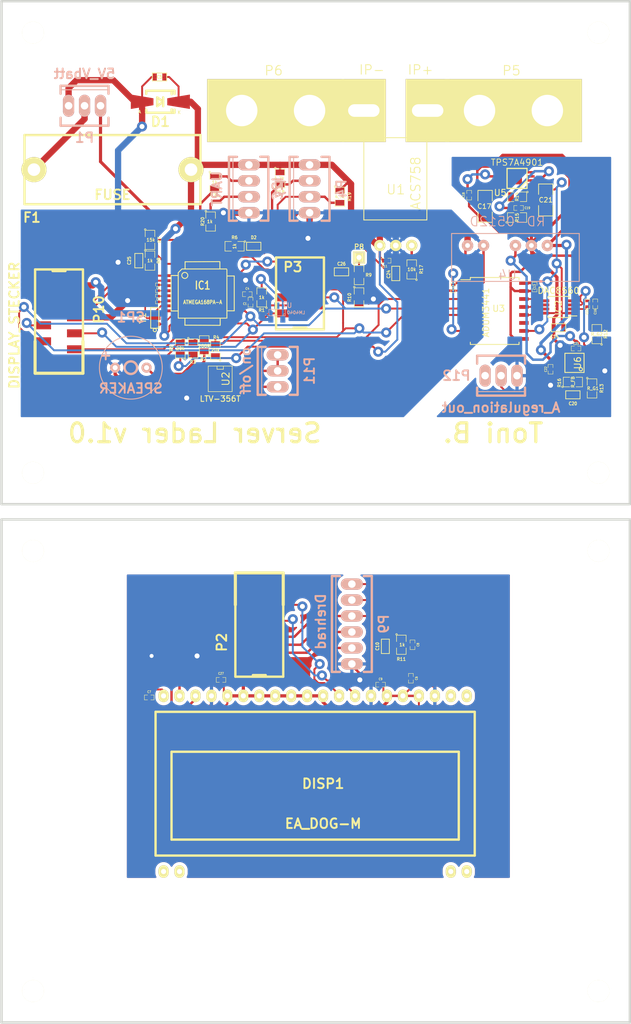
<source format=kicad_pcb>
(kicad_pcb (version 20221018) (generator pcbnew)
  (layers (0 "F.Cu" signal) (31 "B.Cu" signal) (34 "B.Paste" user) (35 "F.Paste" user) (36 "B.SilkS" user "B.Silkscreen") (37 "F.SilkS" user "F.Silkscreen") (38 "B.Mask" user) (39 "F.Mask" user) (44 "Edge.Cuts" user))
  (net 0 "")
  (net 1 "VCC")
  (net 2 "GND")
  (net 3 "Net-(C4-Pad1)")
  (net 4 "/S_D")
  (net 5 "+5VA")
  (net 6 "AGND")
  (net 7 "/Vref")
  (net 8 "+12V")
  (net 9 "Net-(C18-Pad1)")
  (net 10 "Net-(C19-Pad2)")
  (net 11 "/V_current")
  (net 12 "Net-(C20-Pad2)")
  (net 13 "-12V")
  (net 14 "Net-(D2-Pad1)")
  (net 15 "/MOSI_D")
  (net 16 "/SCK_D")
  (net 17 "/CSB_D")
  (net 18 "/RS_D")
  (net 19 "Net-(F1-Pad1)")
  (net 20 "Net-(IC1-Pad8)")
  (net 21 "Net-(IC1-Pad7)")
  (net 22 "/S")
  (net 23 "/B")
  (net 24 "/U_reserve")
  (net 25 "/SCK")
  (net 26 "/U_Netzteil")
  (net 27 "/A")
  (net 28 "Net-(IC1-Pad31)")
  (net 29 "Net-(IC1-Pad30)")
  (net 30 "/RST")
  (net 31 "Net-(IC1-Pad26)")
  (net 32 "/U_Strom")
  (net 33 "/RS")
  (net 34 "/CSB")
  (net 35 "Net-(IC1-Pad11)")
  (net 36 "Net-(IC1-Pad12)")
  (net 37 "/SS_DAC")
  (net 38 "/MOSI")
  (net 39 "/MISO")
  (net 40 "Net-(IC2-Pad3)")
  (net 41 "Net-(IC2-Pad5)")
  (net 42 "Net-(IC2-Pad6)")
  (net 43 "Net-(IC2-Pad7)")
  (net 44 "Net-(P1-Pad3)")
  (net 45 "/A_D")
  (net 46 "/B_D")
  (net 47 "Net-(P9-Pad5)")
  (net 48 "Net-(P11-Pad1)")
  (net 49 "Net-(P11-Pad2)")
  (net 50 "/on")
  (net 51 "Net-(R3-Pad2)")
  (net 52 "Net-(P8-Pad1)")
  (net 53 "Net-(P5-Pad1)")
  (net 54 "Net-(P6-Pad1)")
  (net 55 "Net-(R17-Pad2)")
  (net 56 "/SCL")
  (net 57 "/SDA")
  (net 58 "Net-(P7-Pad2)")
  (net 59 "Net-(P7-Pad3)")
  (footprint "SMD_Packages:SMD-0402" (layer "F.Cu") (at 102.108 77.724 90)
    (fp_text reference "C1")
    (fp_text value "100nF" hide)
  )
  (footprint "SMD_Packages:SMD-0402" (layer "F.Cu") (at 87.376 75.438 90)
    (fp_text reference "C2")
    (fp_text value "100nF" hide)
  )
  (footprint "SMD_Packages:SMD-0402" (layer "F.Cu") (at 87.376 77.216 90)
    (fp_text reference "C3")
    (fp_text value "100nF" hide)
  )
  (footprint "SMD_Packages:SMD-0402" (layer "F.Cu") (at 101.6 76.454)
    (fp_text reference "C4")
    (fp_text value "100nF" hide)
  )
  (footprint "SMD_Packages:SMD-0603" (layer "F.Cu") (at 87.63 41.91 180)
    (fp_text reference "C5")
    (fp_text value "1uF" hide)
  )
  (footprint "SMD_Packages:SMD-0402" (layer "F.Cu") (at 127.635 137.541 90)
    (fp_text reference "C6")
    (fp_text value "100nF" hide)
  )
  (footprint "SMD_Packages:SMD-0402" (layer "F.Cu") (at 85.979 140.589)
    (fp_text reference "C7")
    (fp_text value "100nF" hide)
  )
  (footprint "SMD_Packages:SMD-0402" (layer "F.Cu") (at 127.889 132.207 -90)
    (fp_text reference "C8")
    (fp_text value "100nF" hide)
  )
  (footprint "SMD_Packages:SMD-0402" (layer "F.Cu") (at 122.809 138.557 180)
    (fp_text reference "C9")
    (fp_text value "100nF" hide)
  )
  (footprint "SMD_Packages:SMD-0603" (layer "F.Cu") (at 123.571 132.461 -90)
    (fp_text reference "C10")
    (fp_text value "1uF" hide)
  )
  (footprint "SMD_Packages:SMD-0402" (layer "F.Cu") (at 123.698 71.12)
    (fp_text reference "C11")
    (fp_text value "100nF" hide)
  )
  (footprint "SMD_Packages:SMD-0402" (layer "F.Cu") (at 134.366 75.438 -90)
    (fp_text reference "C12")
    (fp_text value "100nF" hide)
  )
  (footprint "SMD_Packages:SMD-0402" (layer "F.Cu") (at 147.32 75.311 -90)
    (fp_text reference "C13")
    (fp_text value "100nF" hide)
  )
  (footprint "SMD_Packages:SMD-0603" (layer "F.Cu") (at 151.13 81.788 180)
    (fp_text reference "C14")
    (fp_text value "1uF" hide)
  )
  (footprint "SMD_Packages:SMD-0402" (layer "F.Cu") (at 155.702 77.978 90)
    (fp_text reference "C15")
    (fp_text value "100nF" hide)
  )
  (footprint "SMD_Packages:SMD-0402" (layer "F.Cu") (at 156.972 77.978 90)
    (fp_text reference "C16")
    (fp_text value "100nF" hide)
  )
  (footprint "SMD_Packages:SMD-0402" (layer "F.Cu") (at 136.906 60.706 -90)
    (fp_text reference "C18")
    (fp_text value "10nF" hide)
  )
  (footprint "SMD_Packages:SMD-0603" (layer "F.Cu") (at 153.416 92.456)
    (fp_text reference "C20")
    (fp_text value "C_comp" hide)
  )
  (footprint "SMD_Packages:SMD-1206" (layer "F.Cu") (at 149.098 61.468 -90)
    (fp_text reference "C21")
    (fp_text value "10uF" hide)
  )
  (footprint "SMD_Packages:SMD-0402" (layer "F.Cu") (at 149.86 88.392 -90)
    (fp_text reference "C22")
    (fp_text value "100nF" hide)
  )
  (footprint "SMD_Packages:SMD-0402" (layer "F.Cu") (at 153.924 85.09)
    (fp_text reference "C23")
    (fp_text value "100nF" hide)
  )
  (footprint "SMD_Packages:SMD-0603" (layer "F.Cu") (at 102.616 68.834)
    (fp_text reference "D2")
    (fp_text value "LED" hide)
  )
  (footprint "toni:EA_DOG-M_DISP" (layer "F.Cu") (at 113.665 155.575)
    (fp_text reference "DISP1")
    (fp_text value "EA_DOG-M")
  )
  (footprint "SMD_Packages:TQFP-32" (layer "F.Cu") (at 94.488 76.327)
    (fp_text reference "IC1")
    (fp_text value "ATMEGA168PA-A")
  )
  (footprint "Housings_SSOP:MSOP-8_3x3mm_Pitch0.65mm" (layer "F.Cu") (at 151.13 78.486 180)
    (fp_text reference "IC2")
    (fp_text value "DAC8560")
  )
  (footprint "toni:micro_match3x2" (layer "F.Cu") (at 109.982 75.692 90)
    (fp_text reference "P3")
    (fp_text value "CONN_02X03" hide)
  )
  (footprint "SMD_Packages:SMD-0805" (layer "F.Cu") (at 103.886 76.962 90)
    (fp_text reference "R1")
    (fp_text value "1k")
  )
  (footprint "SMD_Packages:SMD-0805" (layer "F.Cu") (at 94.742 84.582 90)
    (fp_text reference "R2")
    (fp_text value "200R")
  )
  (footprint "SMD_Packages:SMD-0805" (layer "F.Cu") (at 92.964 85.09 -90)
    (fp_text reference "R3")
    (fp_text value "R" hide)
  )
  (footprint "SMD_Packages:SMD-0805" (layer "F.Cu") (at 96.52 85.344 90)
    (fp_text reference "R4")
    (fp_text value "20k")
  )
  (footprint "SMD_Packages:SMD-0805" (layer "F.Cu") (at 90.932 85.09 90)
    (fp_text reference "R5")
    (fp_text value "20k")
  )
  (footprint "SMD_Packages:SMD-0805" (layer "F.Cu") (at 99.568 68.834 180)
    (fp_text reference "R6")
    (fp_text value "1k")
  )
  (footprint "SMD_Packages:SMD-0805" (layer "F.Cu") (at 86.106 67.818 -90)
    (fp_text reference "R7")
    (fp_text value "15k")
  )
  (footprint "SMD_Packages:SMD-0805" (layer "F.Cu") (at 86.106 71.12 -90)
    (fp_text reference "R8")
    (fp_text value "1k")
  )
  (footprint "SMD_Packages:SMD-0805" (layer "F.Cu") (at 119.38 73.406 -90)
    (fp_text reference "R9")
    (fp_text value "R" hide)
  )
  (footprint "SMD_Packages:SMD-0805" (layer "F.Cu") (at 119.38 76.962 -90)
    (fp_text reference "R10")
    (fp_text value "R" hide)
  )
  (footprint "SMD_Packages:SMD-0805" (layer "F.Cu") (at 126.111 132.207 -90)
    (fp_text reference "R11")
    (fp_text value "1k")
  )
  (footprint "SMD_Packages:SMD-0805" (layer "F.Cu") (at 157.226 82.804 90)
    (fp_text reference "R12")
    (fp_text value "R_G2")
  )
  (footprint "SMD_Packages:SMD-0805" (layer "F.Cu") (at 156.464 91.44 -90)
    (fp_text reference "R13")
    (fp_text value "R_G1")
  )
  (footprint "SMD_Packages:SMD-0805" (layer "F.Cu") (at 144.526 60.96 180)
    (fp_text reference "R14")
    (fp_text value "33k" hide)
  )
  (footprint "SMD_Packages:SMD-0805" (layer "F.Cu") (at 144.526 64.262)
    (fp_text reference "R15")
    (fp_text value "10k" hide)
  )
  (footprint "SMD_Packages:SMD-0805" (layer "F.Cu") (at 153.416 90.424)
    (fp_text reference "R16")
    (fp_text value "R_FB")
  )
  (footprint "toni:SO-4" (layer "F.Cu") (at 97.282 89.916 -90)
    (fp_text reference "U2")
    (fp_text value "LTV-356T")
  )
  (footprint "Housings_SOIC:SOIC-16_7.5x10.3mm_Pitch1.27mm" (layer "F.Cu") (at 140.97 79.121)
    (fp_text reference "U3")
    (fp_text value "ADUM3441")
  )
  (footprint "toni:MSOP-8_power_pad" (layer "F.Cu") (at 144.526 58.039 90)
    (fp_text reference "U5")
    (fp_text value "TPS7A4901")
  )
  (footprint "SMD_Packages:SSOP-8" (layer "F.Cu") (at 153.67 87.376 90)
    (fp_text reference "U6")
    (fp_text value "OPA827" hide)
  )
  (footprint "Diodes_SMD:Diode-Universal-SMA-SMB_Handsoldering" (layer "F.Cu") (at 87.757 45.847)
    (fp_text reference "D1")
    (fp_text value "ZENER 5,6V" hide)
  )
  (footprint "toni:micro_match5x2" (layer "F.Cu") (at 103.505 128.397 90)
    (fp_text reference "P2")
    (fp_text value "DISPLAY_STECKER" hide)
  )
  (footprint "Connect:SIL-1" (layer "F.Cu") (at 119.38 70.612)
    (fp_text reference "P8")
    (fp_text value "CONN_01X01" hide)
  )
  (footprint "toni:micro_match5x2" (layer "F.Cu") (at 71.628 81.407 -90)
    (fp_text reference "P10")
    (fp_text value "DISPLAY_STECKER")
  )
  (footprint "toni:ACS758_PFF" (layer "F.Cu") (at 125.222 66.167)
    (fp_text reference "U1")
    (fp_text value "ACS758")
  )
  (footprint "SMD_Packages:SMD-0603" (layer "F.Cu") (at 125.222 73.152 90)
    (fp_text reference "C24")
    (fp_text value "1uF" hide)
  )
  (footprint "SMD_Packages:SMD-0805" (layer "F.Cu") (at 127.762 72.517 90)
    (fp_text reference "R17")
    (fp_text value "10k")
  )
  (footprint "toni:CerOsc_3,2x1,3" (layer "F.Cu") (at 86.868 80.264 90)
    (fp_text reference "Y1")
    (fp_text value "RESONATEUR" hide)
  )
  (footprint "SMD_Packages:SMD-0603" (layer "F.Cu") (at 84.328 71.12 -90)
    (fp_text reference "C25")
    (fp_text value "100nF" hide)
  )
  (footprint "SMD_Packages:SMD-0603" (layer "F.Cu") (at 116.586 72.898 180)
    (fp_text reference "C26")
    (fp_text value "C" hide)
  )
  (footprint "SMD_Packages:SMD-0402" (layer "F.Cu") (at 144.78 62.738 180)
    (fp_text reference "C19")
    (fp_text value "10nF" hide)
  )
  (footprint "SMD_Packages:SMD-1206" (layer "F.Cu") (at 139.446 62.484 -90)
    (fp_text reference "C17")
    (fp_text value "10uF" hide)
  )
  (footprint "SMD_Packages:SMD-0402" (layer "F.Cu") (at 97.409 137.795 180)
    (fp_text reference "C27")
    (fp_text value "100nF" hide)
  )
  (footprint "SMD_Packages:SMD-0805" (layer "F.Cu") (at 106.807 58.039 -90)
    (fp_text reference "R18")
    (fp_text value "4,7k")
  )
  (footprint "SMD_Packages:SMD-0805" (layer "F.Cu") (at 116.332 60.96 -90)
    (fp_text reference "R19")
    (fp_text value "4,7k")
  )
  (footprint "SMD_Packages:SMD-0805" (layer "F.Cu") (at 95.758 64.897 -90)
    (fp_text reference "R20")
    (fp_text value "1k")
  )
  (footprint "SMD_Packages:SMD-0805" (layer "F.Cu") (at 96.393 58.674 -90)
    (fp_text reference "R21")
    (fp_text value "1k")
  )
  (footprint "toni:fuse_holder_Schurther" (layer "F.Cu") (at 80.137 56.642)
    (fp_text reference "F1")
    (fp_text value "FUSE")
  )
  (footprint "toni:power_terminal" (layer "F.Cu") (at 143.637 47.244)
    (fp_text reference "P5")
    (fp_text value "IP+")
  )
  (footprint "toni:power_terminal" (layer "F.Cu") (at 105.791 47.244)
    (fp_text reference "P6")
    (fp_text value "IP-")
  )
  (footprint "EuroBoard_Outline:EuroBoard_halb_Type-I_100mmX80mm_holes" (layer "F.Cu") (at 62.484 109.855)
    (fp_text reference "Outl" hide)
    (fp_text value "EuroBoard_halb_Type-I_100mmX80mm_holes" hide)
    (fp_line (start 0 -79.99984) (end 99.9998 -79.99984) (stroke (width 0.381)) (layer "Edge.Cuts"))
    (fp_line (start 0 0) (end 0 -79.99984) (stroke (width 0.381)) (layer "Edge.Cuts"))
    (fp_line (start 99.9998 -79.99984) (end 99.9998 0) (stroke (width 0.381)) (layer "Edge.Cuts"))
    (fp_line (start 99.9998 0) (end 0 0) (stroke (width 0.381)) (layer "Edge.Cuts"))
  )
  (footprint "EuroBoard_Outline:EuroBoard_halb_Type-I_100mmX80mm_holes" (layer "F.Cu") (at 62.484 192.278)
    (fp_text reference "Outl" hide)
    (fp_text value "EuroBoard_halb_Type-I_100mmX80mm_holes" hide)
    (fp_line (start 0 -79.99984) (end 99.9998 -79.99984) (stroke (width 0.381)) (layer "Edge.Cuts"))
    (fp_line (start 0 0) (end 0 -79.99984) (stroke (width 0.381)) (layer "Edge.Cuts"))
    (fp_line (start 99.9998 -79.99984) (end 99.9998 0) (stroke (width 0.381)) (layer "Edge.Cuts"))
    (fp_line (start 99.9998 0) (end 0 0) (stroke (width 0.381)) (layer "Edge.Cuts"))
  )
  (footprint "Toni:Kupferdickbutt" (layer "F.Cu") (at 103.462 156.765)
    (fp_text reference "G***" hide)
    (fp_text value "LOGO" hide)
  )
  (footprint "Sockets_MOLEX_KK-System:Socket_MOLEX-KK-RM2-54mm_Lock_3pin_straight" (layer "B.Cu") (at 75.692 46.482)
    (fp_text reference "P1")
    (fp_text value "5V_Vbatt")
  )
  (footprint "Sockets_MOLEX_KK-System:Socket_MOLEX-KK-RM2-54mm_Lock_4pin_straight" (layer "B.Cu") (at 111.506 59.69 90)
    (fp_text reference "P4")
    (fp_text value "I2C")
  )
  (footprint "Sockets_MOLEX_KK-System:Socket_MOLEX-KK-RM2-54mm_Lock_4pin_straight" (layer "B.Cu") (at 101.854 59.69 90)
    (fp_text reference "P7")
    (fp_text value "UART")
  )
  (footprint "Sockets_MOLEX_KK-System:Socket_MOLEX-KK-RM2-54mm_Lock_3pin_straight" (layer "B.Cu") (at 106.426 88.646 90)
    (fp_text reference "P11")
    (fp_text value "on/off")
  )
  (footprint "Sockets_MOLEX_KK-System:Socket_MOLEX-KK-RM2-54mm_Lock_3pin_straight" (layer "B.Cu") (at 141.986 89.408 180)
    (fp_text reference "P12")
    (fp_text value "A_regulation_out")
  )
  (footprint "toni:Buzzer_AI-1027-TWT-5V-R" (layer "B.Cu") (at 83.058 88.138 180)
    (fp_text reference "SP1")
    (fp_text value "SPEAKER")
  )
  (footprint "toni:RD-xx12D" (layer "B.Cu") (at 143.002 68.707)
    (fp_text reference "U4")
    (fp_text value "RD-0512D")
  )
  (footprint "SMD_Packages:SOT-23" (layer "B.Cu") (at 106.299 79.375 180)
    (fp_text reference "U7")
    (fp_text value "LM4040")
  )
  (footprint "Sockets_MOLEX_KK-System:Socket_MOLEX-KK-RM2-54mm_Lock_6pin_straight" (layer "B.Cu") (at 118.237 128.905 90)
    (fp_text reference "P9")
    (fp_text value "Drehrad")
  )
  (gr_text "Toni B.		Server Lader v1.0" (at 110.871 98.552) (layer "F.SilkS") (effects (font (size 3 3) (thickness 0.5)) (justify mirror)))
  (segment (start 134.56158 74.98842) (end 134.874 74.676) (width 0.3048) (layer "F.Cu") (net 1))
  (segment (start 134.874 74.676) (end 136.32 74.676) (width 0.3048) (layer "F.Cu") (net 1))
  (segment (start 136.32 69.039) (end 136.652 68.707) (width 0.254) (layer "F.Cu") (net 1))
  (segment (start 89.65692 75.88758) (end 89.67216 75.90282) (width 0.254) (layer "F.Cu") (net 1))
  (segment (start 87.94242 77.66558) (end 88.10498 77.50302) (width 0.254) (layer "F.Cu") (net 1))
  (segment (start 88.10498 77.50302) (end 89.67216 77.50302) (width 0.254) (layer "F.Cu") (net 1))
  (segment (start 86.41842 75.88758) (end 86.106 76.2) (width 0.254) (layer "F.Cu") (net 1))
  (segment (start 86.106 76.2) (end 86.106 77.47) (width 0.254) (layer "F.Cu") (net 1))
  (segment (start 86.106 77.47) (end 86.30158 77.66558) (width 0.254) (layer "F.Cu") (net 1))
  (segment (start 86.30158 77.66558) (end 87.376 77.66558) (width 0.254) (layer "F.Cu") (net 1))
  (segment (start 94.26702 77.50302) (end 95.0722 78.3082) (width 0.3048) (layer "F.Cu") (net 1))
  (segment (start 95.0722 78.3082) (end 99.2378 78.3082) (width 0.3048) (layer "F.Cu") (net 1))
  (segment (start 101.97338 78.3082) (end 102.108 78.17358) (width 0.254) (layer "F.Cu") (net 1))
  (segment (start 103.62692 78.17358) (end 103.886 77.9145) (width 0.254) (layer "F.Cu") (net 1))
  (segment (start 92.583 45.847) (end 93.726 46.99) (width 1) (layer "F.Cu") (net 1))
  (segment (start 93.726 46.99) (end 93.726 55.55234) (width 1) (layer "F.Cu") (net 1))
  (segment (start 93.726 55.55234) (end 92.63634 56.642) (width 1) (layer "F.Cu") (net 1))
  (segment (start 93.39834 55.88) (end 92.63634 56.642) (width 0.5) (layer "F.Cu") (net 1))
  (segment (start 104.2035 78.232) (end 103.886 77.9145) (width 0.3048) (layer "F.Cu") (net 1))
  (segment (start 122.682 70.55358) (end 123.24842 71.12) (width 0.381) (layer "F.Cu") (net 1))
  (segment (start 89.154 41.91) (end 90.65768 43.41368) (width 0.3048) (layer "F.Cu") (net 1))
  (segment (start 90.65768 43.41368) (end 90.65768 45.847) (width 0.3048) (layer "F.Cu") (net 1))
  (segment (start 121.793 122.555) (end 127.889 128.651) (width 0.3048) (layer "F.Cu") (net 1))
  (segment (start 136.779 137.541) (end 137.795 137.541) (width 0.3048) (layer "F.Cu") (net 1))
  (segment (start 137.795 137.541) (end 139.319 139.065) (width 0.3048) (layer "F.Cu") (net 1))
  (segment (start 139.319 139.065) (end 139.319 143.129) (width 0.3048) (layer "F.Cu") (net 1))
  (segment (start 139.319 143.129) (end 138.811 143.637) (width 0.3048) (layer "F.Cu") (net 1))
  (segment (start 138.811 143.637) (end 130.429 143.637) (width 0.3048) (layer "F.Cu") (net 1))
  (segment (start 130.429 143.637) (end 128.905 142.113) (width 0.3048) (layer "F.Cu") (net 1))
  (segment (start 128.905 142.113) (end 128.905 140.335) (width 0.3048) (layer "F.Cu") (net 1))
  (segment (start 122.301 68.707) (end 118.11 64.516) (width 1) (layer "F.Cu") (net 1))
  (segment (start 118.11 64.516) (end 118.11 58.928) (width 1) (layer "F.Cu") (net 1))
  (segment (start 118.11 58.928) (end 117.729 58.547) (width 1) (layer "F.Cu") (net 1))
  (segment (start 115.062 55.88) (end 111.506 55.88) (width 1) (layer "F.Cu") (net 1))
  (segment (start 136.652 66.802) (end 134.366 64.516) (width 1) (layer "F.Cu") (net 1))
  (segment (start 134.366 64.516) (end 125.222 64.516) (width 1) (layer "F.Cu") (net 1))
  (segment (start 125.222 64.516) (end 122.682 67.056) (width 1) (layer "F.Cu") (net 1))
  (segment (start 122.682 67.056) (end 122.682 68.707) (width 1) (layer "F.Cu") (net 1))
  (segment (start 134.366 82.296) (end 134.112 82.042) (width 0.3048) (layer "F.Cu") (net 1))
  (segment (start 134.366 73.152) (end 134.366 74.98842) (width 0.3048) (layer "F.Cu") (net 1))
  (segment (start 127.889 128.651) (end 136.779 137.541) (width 0.3048) (layer "F.Cu") (net 1))
  (segment (start 88.265 139.573) (end 88.011 139.319) (width 0.3048) (layer "F.Cu") (net 1))
  (segment (start 88.011 139.319) (end 85.979 139.319) (width 0.3048) (layer "F.Cu") (net 1))
  (segment (start 85.979 139.319) (end 85.52942 139.76858) (width 0.3048) (layer "F.Cu") (net 1))
  (segment (start 85.52942 139.76858) (end 85.52942 140.589) (width 0.3048) (layer "F.Cu") (net 1))
  (segment (start 85.52942 141.91742) (end 87.249 143.637) (width 0.3048) (layer "F.Cu") (net 1))
  (segment (start 87.249 143.637) (end 96.393 143.637) (width 0.3048) (layer "F.Cu") (net 1))
  (segment (start 96.393 143.637) (end 98.425 141.605) (width 0.3048) (layer "F.Cu") (net 1))
  (segment (start 98.425 141.605) (end 98.425 140.335) (width 0.3048) (layer "F.Cu") (net 1))
  (segment (start 123.25858 139.76858) (end 123.825 140.335) (width 0.3048) (layer "F.Cu") (net 1))
  (segment (start 127.635 139.065) (end 126.365 140.335) (width 0.3048) (layer "F.Cu") (net 1))
  (segment (start 113.665 141.351) (end 115.189 142.875) (width 0.508) (layer "F.Cu") (net 1))
  (segment (start 115.189 142.875) (end 122.301 142.875) (width 0.508) (layer "F.Cu") (net 1))
  (segment (start 122.301 142.875) (end 123.825 141.351) (width 0.508) (layer "F.Cu") (net 1))
  (segment (start 123.825 141.351) (end 123.825 140.335) (width 0.508) (layer "F.Cu") (net 1))
  (segment (start 97.85858 139.76858) (end 98.425 140.335) (width 0.3048) (layer "F.Cu") (net 1))
  (segment (start 106.807 55.88) (end 106.807 56.007) (width 0.381) (layer "F.Cu") (net 1))
  (segment (start 106.807 56.007) (end 106.807 55.88) (width 0.381) (layer "F.Cu") (net 1))
  (segment (start 106.807 55.88) (end 111.252 55.88) (width 1) (layer "F.Cu") (net 1))
  (segment (start 116.332 59.944) (end 117.729 58.547) (width 0.381) (layer "F.Cu") (net 1))
  (segment (start 117.729 58.547) (end 115.062 55.88) (width 1) (layer "F.Cu") (net 1))
  (segment (start 76.962 75.057) (end 77.47 74.549) (width 1) (layer "F.Cu") (net 1))
  (segment (start 100.965 134.747) (end 100.965 140.335) (width 0.508) (layer "F.Cu") (net 1))
  (segment (start 103.505 140.335) (end 106.045 140.335) (width 0.508) (layer "F.Cu") (net 1))
  (segment (start 101.6 55.88) (end 93.39834 55.88) (width 1) (layer "F.Cu") (net 1))
  (segment (start 101.6 55.88) (end 106.807 55.88) (width 1) (layer "F.Cu") (net 1))
  (segment (start 99.822 86.614) (end 96.8375 86.614) (width 0.3048) (layer "F.Cu") (net 1))
  (segment (start 98.425 140.335) (end 100.965 140.335) (width 0.508) (layer "F.Cu") (net 1))
  (segment (start 89.191999 82.258001) (end 89.191999 81.539183) (width 0.3048) (layer "F.Cu") (net 1))
  (segment (start 99.822 86.614) (end 101.637999 84.798001) (width 0.3048) (layer "F.Cu") (net 1))
  (segment (start 88.265 140.335) (end 88.265 139.573) (width 0.3048) (layer "F.Cu") (net 1))
  (segment (start 127.889 131.75742) (end 127.889 128.651) (width 0.3048) (layer "F.Cu") (net 1))
  (segment (start 111.125 140.335) (end 113.665 140.335) (width 0.508) (layer "F.Cu") (net 1))
  (segment (start 92.63634 56.642) (end 92.63634 63.57366) (width 1) (layer "F.Cu") (net 1))
  (segment (start 102.108 78.17358) (end 103.62692 78.17358) (width 0.3048) (layer "F.Cu") (net 1))
  (segment (start 88.392 41.91) (end 89.154 41.91) (width 0.3048) (layer "F.Cu") (net 1))
  (segment (start 136.652 68.707) (end 136.652 66.802) (width 1) (layer "F.Cu") (net 1))
  (segment (start 112.522 78.232) (end 104.2035 78.232) (width 0.3048) (layer "F.Cu") (net 1))
  (segment (start 96.8375 86.614) (end 96.52 86.2965) (width 0.3048) (layer "F.Cu") (net 1))
  (segment (start 123.25858 138.557) (end 123.25858 139.76858) (width 0.3048) (layer "F.Cu") (net 1))
  (segment (start 106.807 57.0865) (end 106.807 55.88) (width 0.381) (layer "F.Cu") (net 1))
  (segment (start 101.637999 84.798001) (end 121.628001 84.798001) (width 0.3048) (layer "F.Cu") (net 1))
  (segment (start 121.628001 84.798001) (end 122.428 85.598) (width 0.3048) (layer "F.Cu") (net 1))
  (segment (start 106.045 140.335) (end 108.585 140.335) (width 0.508) (layer "F.Cu") (net 1))
  (segment (start 87.376 75.88758) (end 86.41842 75.88758) (width 0.254) (layer "F.Cu") (net 1))
  (segment (start 126.365 140.335) (end 128.905 140.335) (width 0.381) (layer "F.Cu") (net 1))
  (segment (start 76.962 75.057) (end 74.168 75.057) (width 1) (layer "F.Cu") (net 1))
  (segment (start 122.682 68.707) (end 122.301 68.707) (width 1) (layer "F.Cu") (net 1))
  (segment (start 91.875508 77.50302) (end 94.26702 77.50302) (width 0.3048) (layer "F.Cu") (net 1))
  (segment (start 108.585 140.335) (end 111.125 140.335) (width 0.508) (layer "F.Cu") (net 1))
  (segment (start 122.682 68.707) (end 122.682 70.55358) (width 0.381) (layer "F.Cu") (net 1))
  (segment (start 136.32 82.296) (end 134.366 82.296) (width 0.3048) (layer "F.Cu") (net 1))
  (segment (start 88.392 83.058) (end 89.191999 82.258001) (width 0.3048) (layer "F.Cu") (net 1))
  (segment (start 87.376 75.88758) (end 89.65692 75.88758) (width 0.254) (layer "F.Cu") (net 1))
  (segment (start 90.65768 45.847) (end 92.583 45.847) (width 1) (layer "F.Cu") (net 1))
  (segment (start 136.32 74.676) (end 136.32 69.039) (width 0.381) (layer "F.Cu") (net 1))
  (segment (start 90.932 86.0425) (end 90.932 87.63) (width 0.3048) (layer "F.Cu") (net 1))
  (segment (start 87.376 77.66558) (end 87.94242 77.66558) (width 0.254) (layer "F.Cu") (net 1))
  (segment (start 113.665 140.335) (end 113.665 141.351) (width 0.508) (layer "F.Cu") (net 1))
  (segment (start 100.965 140.335) (end 103.505 140.335) (width 0.508) (layer "F.Cu") (net 1))
  (segment (start 89.67216 77.50302) (end 91.875508 77.50302) (width 0.3048) (layer "F.Cu") (net 1))
  (segment (start 85.52942 140.589) (end 85.52942 141.91742) (width 0.3048) (layer "F.Cu") (net 1))
  (segment (start 91.875508 78.855674) (end 91.875508 77.50302) (width 0.3048) (layer "F.Cu") (net 1))
  (segment (start 97.85858 137.795) (end 97.85858 139.76858) (width 0.3048) (layer "F.Cu") (net 1))
  (segment (start 89.191999 81.539183) (end 91.875508 78.855674) (width 0.3048) (layer "F.Cu") (net 1))
  (segment (start 99.2378 78.3082) (end 101.97338 78.3082) (width 0.3048) (layer "F.Cu") (net 1))
  (segment (start 92.63634 63.57366) (end 90.17 66.04) (width 1) (layer "F.Cu") (net 1))
  (segment (start 118.237 122.555) (end 121.793 122.555) (width 0.3048) (layer "F.Cu") (net 1))
  (segment (start 123.825 140.335) (end 126.365 140.335) (width 0.381) (layer "F.Cu") (net 1))
  (segment (start 103.886 77.9145) (end 104.5845 77.9145) (width 0.3048) (layer "F.Cu") (net 1))
  (segment (start 90.932 87.63) (end 90.678 87.884) (width 0.3048) (layer "F.Cu") (net 1))
  (segment (start 116.332 60.0075) (end 116.332 59.944) (width 0.381) (layer "F.Cu") (net 1))
  (segment (start 127.635 137.99058) (end 127.635 139.065) (width 0.3048) (layer "F.Cu") (net 1))
  (segment (start 134.366 74.98842) (end 134.56158 74.98842) (width 0.254) (layer "F.Cu") (net 1))
  (via (at 88.392 83.058) (size 1.6) (drill 0.8) (layers "F.Cu" "B.Cu") (net 1))
  (via (at 134.366 73.152) (size 1.6) (drill 0.8) (layers "F.Cu" "B.Cu") (net 1))
  (via (at 90.17 66.04) (size 1.6) (drill 0.8) (layers "F.Cu" "B.Cu") (net 1))
  (via (at 90.678 87.884) (size 1.6) (drill 0.8) (layers "F.Cu" "B.Cu") (net 1))
  (via (at 134.112 82.042) (size 1.6) (drill 0.8) (layers "F.Cu" "B.Cu") (net 1))
  (via (at 99.822 86.614) (size 1.6) (drill 0.8) (layers "F.Cu" "B.Cu") (net 1))
  (via (at 122.428 85.598) (size 1.6) (drill 0.8) (layers "F.Cu" "B.Cu") (net 1))
  (via (at 77.47 74.549) (size 1.6) (drill 0.8) (layers "F.Cu" "B.Cu") (net 1))
  (segment (start 134.112 82.042) (end 134.366 81.788) (width 0.3048) (layer "B.Cu") (net 1))
  (segment (start 134.366 81.788) (end 134.366 73.152) (width 0.3048) (layer "B.Cu") (net 1))
  (segment (start 77.47 74.549) (end 78.359 75.438) (width 1) (layer "B.Cu") (net 1))
  (segment (start 78.359 75.438) (end 78.359 77.597) (width 1) (layer "B.Cu") (net 1))
  (segment (start 78.359 77.597) (end 80.264 79.502) (width 1) (layer "B.Cu") (net 1))
  (segment (start 88.392 79.502) (end 80.264 79.502) (width 1) (layer "B.Cu") (net 1))
  (segment (start 88.392 79.502) (end 88.392 83.058) (width 1) (layer "B.Cu") (net 1))
  (segment (start 122.428 85.598) (end 123.55937 85.598) (width 0.3048) (layer "B.Cu") (net 1))
  (segment (start 91.80937 87.884) (end 93.07937 86.614) (width 0.3048) (layer "B.Cu") (net 1))
  (segment (start 125.476 77.724) (end 122.682 74.93) (width 0.3048) (layer "B.Cu") (net 1))
  (segment (start 125.476 83.68137) (end 125.476 77.724) (width 0.3048) (layer "B.Cu") (net 1))
  (segment (start 88.392 67.818) (end 88.392 79.502) (width 1) (layer "B.Cu") (net 1))
  (segment (start 93.07937 86.614) (end 99.822 86.614) (width 0.3048) (layer "B.Cu") (net 1))
  (segment (start 123.55937 85.598) (end 125.476 83.68137) (width 0.3048) (layer "B.Cu") (net 1))
  (segment (start 90.678 87.884) (end 91.80937 87.884) (width 0.3048) (layer "B.Cu") (net 1))
  (segment (start 90.17 66.04) (end 88.392 67.818) (width 1) (layer "B.Cu") (net 1))
  (segment (start 122.682 74.93) (end 122.682 68.707) (width 0.3048) (layer "B.Cu") (net 1))
  (segment (start 138.43 75.311) (end 137.795 75.946) (width 0.381) (layer "F.Cu") (net 2))
  (segment (start 137.795 75.946) (end 136.32 75.946) (width 0.381) (layer "F.Cu") (net 2))
  (segment (start 138.43 82.931) (end 137.795 83.566) (width 0.381) (layer "F.Cu") (net 2))
  (segment (start 137.795 83.566) (end 136.32 83.566) (width 0.381) (layer "F.Cu") (net 2))
  (segment (start 136.26158 75.88758) (end 136.32 75.946) (width 0.254) (layer "F.Cu") (net 2))
  (segment (start 139.192 74.549) (end 138.43 75.311) (width 0.381) (layer "F.Cu") (net 2))
  (segment (start 87.94242 74.98842) (end 88.05672 75.10272) (width 0.254) (layer "F.Cu") (net 2))
  (segment (start 88.05672 75.10272) (end 89.67216 75.10272) (width 0.254) (layer "F.Cu") (net 2))
  (segment (start 89.60866 76.76642) (end 89.67216 76.70292) (width 0.254) (layer "F.Cu") (net 2))
  (segment (start 90.85072 75.10272) (end 91.694 75.946) (width 0.3048) (layer "F.Cu") (net 2))
  (segment (start 91.694 75.946) (end 91.694 76.454) (width 0.3048) (layer "F.Cu") (net 2))
  (segment (start 91.694 76.454) (end 91.44508 76.70292) (width 0.3048) (layer "F.Cu") (net 2))
  (segment (start 91.44508 76.70292) (end 89.67216 76.70292) (width 0.3048) (layer "F.Cu") (net 2))
  (segment (start 91.7448 75.8952) (end 91.694 75.946) (width 0.254) (layer "F.Cu") (net 2))
  (segment (start 85.598 80.264) (end 85.344 80.01) (width 0.254) (layer "F.Cu") (net 2))
  (segment (start 85.344 80.01) (end 85.344 77.47) (width 0.254) (layer "F.Cu") (net 2))
  (segment (start 85.344 75.692) (end 86.04758 74.98842) (width 0.254) (layer "F.Cu") (net 2))
  (segment (start 86.04758 74.98842) (end 87.376 74.98842) (width 0.254) (layer "F.Cu") (net 2))
  (segment (start 102.108 76.51242) (end 102.04958 76.454) (width 0.254) (layer "F.Cu") (net 2))
  (segment (start 101.0666 77.4954) (end 101.28758 77.27442) (width 0.3048) (layer "F.Cu") (net 2))
  (segment (start 101.28758 77.27442) (end 102.108 77.27442) (width 0.3048) (layer "F.Cu") (net 2))
  (segment (start 97.536 75.8952) (end 91.7448 75.8952) (width 0.3048) (layer "F.Cu") (net 2))
  (segment (start 97.536 77.216) (end 97.8154 77.4954) (width 0.3048) (layer "F.Cu") (net 2))
  (segment (start 97.8154 77.4954) (end 99.2378 77.4954) (width 0.3048) (layer "F.Cu") (net 2))
  (segment (start 73.152 43.688) (end 74.422 42.418) (width 1) (layer "F.Cu") (net 2))
  (segment (start 74.422 42.418) (end 80.264 42.418) (width 1) (layer "F.Cu") (net 2))
  (segment (start 80.264 42.418) (end 83.693 45.847) (width 1) (layer "F.Cu") (net 2))
  (segment (start 83.693 45.847) (end 84.85632 45.847) (width 1) (layer "F.Cu") (net 2))
  (segment (start 97.663 129.667) (end 95.885 131.445) (width 0.381) (layer "F.Cu") (net 2))
  (segment (start 95.885 131.445) (end 95.885 133.477) (width 0.381) (layer "F.Cu") (net 2))
  (segment (start 121.285 138.557) (end 121.285 140.335) (width 0.381) (layer "F.Cu") (net 2))
  (segment (start 130.937 138.557) (end 131.445 139.065) (width 0.381) (layer "F.Cu") (net 2))
  (segment (start 131.445 139.065) (end 131.445 140.335) (width 0.381) (layer "F.Cu") (net 2))
  (segment (start 85.9155 71.882) (end 86.106 72.0725) (width 0.3048) (layer "F.Cu") (net 2))
  (segment (start 125.222 67.056) (end 125.984 66.294) (width 0.5) (layer "F.Cu") (net 2))
  (segment (start 125.984 66.294) (end 130.556 66.294) (width 0.5) (layer "F.Cu") (net 2))
  (segment (start 130.556 66.294) (end 132.334 68.072) (width 0.5) (layer "F.Cu") (net 2))
  (segment (start 132.334 68.072) (end 132.334 74.93) (width 0.5) (layer "F.Cu") (net 2))
  (segment (start 132.334 74.93) (end 133.29158 75.88758) (width 0.5) (layer "F.Cu") (net 2))
  (segment (start 133.29158 75.88758) (end 134.366 75.88758) (width 0.381) (layer "F.Cu") (net 2))
  (segment (start 125.222 71.12) (end 125.222 72.39) (width 0.381) (layer "F.Cu") (net 2))
  (segment (start 80.558 89.194) (end 82.55 91.186) (width 0.508) (layer "F.Cu") (net 2))
  (segment (start 82.55 91.186) (end 94.0308 91.186) (width 0.508) (layer "F.Cu") (net 2))
  (segment (start 109.728 63.5) (end 104.394 68.834) (width 0.381) (layer "F.Cu") (net 2))
  (segment (start 104.394 68.834) (end 103.378 68.834) (width 0.381) (layer "F.Cu") (net 2))
  (segment (start 86.36 41.91) (end 84.85632 43.41368) (width 0.3048) (layer "F.Cu") (net 2))
  (segment (start 84.85632 43.41368) (end 84.85632 45.847) (width 0.3048) (layer "F.Cu") (net 2))
  (segment (start 112.776 72.898) (end 112.522 73.152) (width 0.3048) (layer "F.Cu") (net 2))
  (segment (start 115.824 73.914) (end 117.348 75.438) (width 0.3048) (layer "F.Cu") (net 2))
  (segment (start 117.348 75.438) (end 117.348 75.692) (width 0.3048) (layer "F.Cu") (net 2))
  (segment (start 117.348 75.692) (end 117.602 75.946) (width 0.3048) (layer "F.Cu") (net 2))
  (segment (start 117.602 75.946) (end 117.602 76.962) (width 0.3048) (layer "F.Cu") (net 2))
  (segment (start 117.602 76.962) (end 118.5545 77.9145) (width 0.3048) (layer "F.Cu") (net 2))
  (segment (start 118.5545 77.9145) (end 119.38 77.9145) (width 0.3048) (layer "F.Cu") (net 2))
  (segment (start 121.539 135.255) (end 123.571 133.223) (width 0.3048) (layer "F.Cu") (net 2))
  (segment (start 126.0475 133.223) (end 126.111 133.1595) (width 0.3048) (layer "F.Cu") (net 2))
  (segment (start 84.85632 49.76368) (end 84.836 49.784) (width 1) (layer "F.Cu") (net 2))
  (segment (start 111.252 67.564) (end 111.506 67.31) (width 1) (layer "F.Cu") (net 2))
  (segment (start 111.506 67.31) (end 111.506 63.5) (width 1) (layer "F.Cu") (net 2))
  (segment (start 85.344 77.47) (end 85.344 75.692) (width 0.254) (layer "F.Cu") (net 2))
  (segment (start 82.296 71.374) (end 82.804 71.882) (width 0.5) (layer "F.Cu") (net 2))
  (segment (start 82.804 71.882) (end 84.328 71.882) (width 0.5) (layer "F.Cu") (net 2))
  (segment (start 79.883 80.137) (end 82.55 77.47) (width 1) (layer "F.Cu") (net 2))
  (segment (start 91.948 92.964) (end 93.726 91.186) (width 0.381) (layer "F.Cu") (net 2))
  (segment (start 93.726 91.186) (end 94.0308 91.186) (width 0.381) (layer "F.Cu") (net 2))
  (segment (start 127.38608 133.1595) (end 127.889 132.65658) (width 0.3048) (layer "F.Cu") (net 2))
  (segment (start 86.42858 141.80058) (end 87.503 142.875) (width 0.3048) (layer "F.Cu") (net 2))
  (segment (start 87.503 142.875) (end 94.615 142.875) (width 0.3048) (layer "F.Cu") (net 2))
  (segment (start 94.615 142.875) (end 95.885 141.605) (width 0.3048) (layer "F.Cu") (net 2))
  (segment (start 95.885 141.605) (end 95.885 140.335) (width 0.3048) (layer "F.Cu") (net 2))
  (segment (start 122.35942 137.48258) (end 122.75058 137.09142) (width 0.3048) (layer "F.Cu") (net 2))
  (segment (start 122.75058 137.09142) (end 127.635 137.09142) (width 0.3048) (layer "F.Cu") (net 2))
  (segment (start 129.47142 137.09142) (end 130.937 138.557) (width 0.3048) (layer "F.Cu") (net 2))
  (segment (start 95.885 137.795) (end 95.885 140.335) (width 0.381) (layer "F.Cu") (net 2))
  (segment (start 87.376 76.76642) (end 89.60866 76.76642) (width 0.254) (layer "F.Cu") (net 2))
  (segment (start 134.366 75.88758) (end 136.26158 75.88758) (width 0.3048) (layer "F.Cu") (net 2))
  (segment (start 125.222 68.707) (end 125.222 71.12) (width 0.381) (layer "F.Cu") (net 2))
  (segment (start 80.558 88.138) (end 80.558 89.194) (width 0.508) (layer "F.Cu") (net 2))
  (segment (start 99.2378 75.8952) (end 97.536 75.8952) (width 0.3048) (layer "F.Cu") (net 2))
  (segment (start 73.152 46.482) (end 73.152 43.688) (width 1) (layer "F.Cu") (net 2))
  (segment (start 118.237 135.509) (end 120.272174 137.544174) (width 0.381) (layer "F.Cu") (net 2))
  (segment (start 100.965 129.667) (end 97.663 129.667) (width 0.381) (layer "F.Cu") (net 2))
  (segment (start 120.272174 137.544174) (end 121.285 138.557) (width 0.381) (layer "F.Cu") (net 2))
  (segment (start 74.168 80.137) (end 79.883 80.137) (width 1) (layer "F.Cu") (net 2))
  (segment (start 95.885 133.99135) (end 93.60535 133.99135) (width 0.3048) (layer "F.Cu") (net 2))
  (segment (start 120.8405 77.9145) (end 119.38 77.9145) (width 0.3048) (layer "F.Cu") (net 2))
  (segment (start 97.536 75.8952) (end 97.536 77.216) (width 0.3048) (layer "F.Cu") (net 2))
  (segment (start 126.111 133.1595) (end 127.38608 133.1595) (width 0.3048) (layer "F.Cu") (net 2))
  (segment (start 89.67216 75.10272) (end 90.85072 75.10272) (width 0.3048) (layer "F.Cu") (net 2))
  (segment (start 86.868 80.264) (end 85.598 80.264) (width 0.254) (layer "F.Cu") (net 2))
  (segment (start 84.328 71.882) (end 85.9155 71.882) (width 0.3048) (layer "F.Cu") (net 2))
  (segment (start 93.60535 133.99135) (end 93.599 133.985) (width 0.3048) (layer "F.Cu") (net 2))
  (segment (start 86.868 41.91) (end 86.36 41.91) (width 0.3048) (layer "F.Cu") (net 2))
  (segment (start 123.571 133.223) (end 126.0475 133.223) (width 0.3048) (layer "F.Cu") (net 2))
  (segment (start 115.824 72.898) (end 112.776 72.898) (width 0.3048) (layer "F.Cu") (net 2))
  (segment (start 96.95942 137.795) (end 95.885 137.795) (width 0.3048) (layer "F.Cu") (net 2))
  (segment (start 119.507 137.795) (end 120.021348 137.795) (width 0.3048) (layer "F.Cu") (net 2))
  (segment (start 124.14758 71.12) (end 125.222 71.12) (width 0.381) (layer "F.Cu") (net 2))
  (segment (start 99.2378 77.4954) (end 101.0666 77.4954) (width 0.3048) (layer "F.Cu") (net 2))
  (segment (start 121.285 138.557) (end 122.35942 138.557) (width 0.3048) (layer "F.Cu") (net 2))
  (segment (start 101.324142 75.113148) (end 101.324142 74.231827) (width 0.3048) (layer "F.Cu") (net 2))
  (segment (start 95.885 133.477) (end 95.885 133.99135) (width 0.381) (layer "F.Cu") (net 2))
  (segment (start 125.222 68.707) (end 125.222 67.056) (width 0.5) (layer "F.Cu") (net 2))
  (segment (start 86.42858 140.589) (end 86.42858 141.80058) (width 0.3048) (layer "F.Cu") (net 2))
  (segment (start 118.237 135.255) (end 118.237 135.509) (width 0.381) (layer "F.Cu") (net 2))
  (segment (start 127.635 137.09142) (end 129.47142 137.09142) (width 0.3048) (layer "F.Cu") (net 2))
  (segment (start 139.192 68.707) (end 139.192 74.549) (width 0.381) (layer "F.Cu") (net 2))
  (segment (start 115.824 72.898) (end 115.824 73.914) (width 0.3048) (layer "F.Cu") (net 2))
  (segment (start 138.43 75.311) (end 138.43 82.931) (width 0.381) (layer "F.Cu") (net 2))
  (segment (start 84.85632 49.76368) (end 84.85632 45.847) (width 1) (layer "F.Cu") (net 2))
  (segment (start 101.854 63.5) (end 97.79 63.5) (width 1) (layer "F.Cu") (net 2))
  (segment (start 122.35942 138.557) (end 122.35942 137.48258) (width 0.3048) (layer "F.Cu") (net 2))
  (segment (start 121.666 77.216) (end 120.904 77.978) (width 0.3048) (layer "F.Cu") (net 2))
  (segment (start 87.376 74.98842) (end 87.94242 74.98842) (width 0.254) (layer "F.Cu") (net 2))
  (segment (start 111.506 63.5) (end 109.728 63.5) (width 0.381) (layer "F.Cu") (net 2))
  (segment (start 120.904 77.978) (end 120.8405 77.9145) (width 0.3048) (layer "F.Cu") (net 2))
  (segment (start 120.021348 137.795) (end 120.272174 137.544174) (width 0.3048) (layer "F.Cu") (net 2))
  (segment (start 99.2378 75.8952) (end 100.54209 75.8952) (width 0.3048) (layer "F.Cu") (net 2))
  (segment (start 102.108 77.27442) (end 102.108 76.51242) (width 0.3048) (layer "F.Cu") (net 2))
  (segment (start 118.237 135.255) (end 121.539 135.255) (width 0.3048) (layer "F.Cu") (net 2))
  (segment (start 95.885 133.99135) (end 95.885 137.795) (width 0.381) (layer "F.Cu") (net 2))
  (segment (start 85.344 77.47) (end 82.55 77.47) (width 0.3048) (layer "F.Cu") (net 2))
  (segment (start 81.026 71.374) (end 82.296 71.374) (width 0.5) (layer "F.Cu") (net 2))
  (segment (start 100.54209 75.8952) (end 101.324142 75.113148) (width 0.3048) (layer "F.Cu") (net 2))
  (via (at 121.666 77.216) (size 1.6) (drill 0.8) (layers "F.Cu" "B.Cu") (net 2))
  (via (at 86.36 133.985) (size 0.889) (drill 0.635) (layers "F.Cu" "B.Cu") (net 2))
  (via (at 119.507 137.795) (size 1.6) (drill 0.8) (layers "F.Cu" "B.Cu") (net 2))
  (via (at 93.599 133.985) (size 1.6) (drill 0.8) (layers "F.Cu" "B.Cu") (net 2))
  (via (at 101.324142 74.231827) (size 1.6) (drill 0.8) (layers "F.Cu" "B.Cu") (net 2))
  (via (at 81.026 71.374) (size 1.6) (drill 0.8) (layers "F.Cu" "B.Cu") (net 2))
  (via (at 97.79 63.5) (size 1.6) (drill 0.8) (layers "F.Cu" "B.Cu") (net 2))
  (via (at 84.836 49.784) (size 1.6) (drill 0.8) (layers "F.Cu" "B.Cu") (net 2))
  (via (at 82.55 77.47) (size 1.6) (drill 0.8) (layers "F.Cu" "B.Cu") (net 2))
  (via (at 91.948 92.964) (size 1.6) (drill 0.8) (layers "F.Cu" "B.Cu") (net 2))
  (via (at 111.252 67.564) (size 1.6) (drill 0.8) (layers "F.Cu" "B.Cu") (net 2))
  (segment (start 84.836 49.784) (end 81.026 53.594) (width 1) (layer "B.Cu") (net 2))
  (segment (start 81.026 53.594) (end 81.026 63.5) (width 1) (layer "B.Cu") (net 2))
  (segment (start 82.55 77.47) (end 81.026 75.946) (width 1) (layer "B.Cu") (net 2))
  (segment (start 97.79 63.5) (end 81.026 63.5) (width 1) (layer "B.Cu") (net 2))
  (segment (start 81.026 71.374) (end 81.026 63.5) (width 1) (layer "B.Cu") (net 2))
  (segment (start 97.79 65.278) (end 98.552 66.04) (width 1) (layer "B.Cu") (net 2))
  (segment (start 98.552 66.04) (end 108.458 66.04) (width 1) (layer "B.Cu") (net 2))
  (segment (start 108.458 66.04) (end 109.982 67.564) (width 1) (layer "B.Cu") (net 2))
  (segment (start 109.982 67.564) (end 111.252 67.564) (width 1) (layer "B.Cu") (net 2))
  (segment (start 116.84 67.564) (end 118.364 66.04) (width 1) (layer "B.Cu") (net 2))
  (segment (start 118.364 66.04) (end 123.952 66.04) (width 1) (layer "B.Cu") (net 2))
  (segment (start 123.952 66.04) (end 125.222 67.31) (width 1) (layer "B.Cu") (net 2))
  (segment (start 125.222 67.31) (end 125.222 68.707) (width 1) (layer "B.Cu") (net 2))
  (segment (start 125.222 74.676) (end 127 76.454) (width 1) (layer "B.Cu") (net 2))
  (segment (start 127 76.454) (end 127 85.852) (width 1) (layer "B.Cu") (net 2))
  (segment (start 127 85.852) (end 119.38 93.472) (width 1) (layer "B.Cu") (net 2))
  (segment (start 119.38 93.472) (end 93.98 93.472) (width 1) (layer "B.Cu") (net 2))
  (segment (start 92.456 93.472) (end 91.948 92.964) (width 0.381) (layer "B.Cu") (net 2))
  (segment (start 117.030599 72.580599) (end 104.211073 72.580599) (width 0.3048) (layer "B.Cu") (net 2))
  (segment (start 93.98 93.472) (end 92.456 93.472) (width 0.381) (layer "B.Cu") (net 2))
  (segment (start 81.026 71.374) (end 81.026 75.946) (width 1) (layer "B.Cu") (net 2))
  (segment (start 97.79 63.5) (end 97.79 65.278) (width 1) (layer "B.Cu") (net 2))
  (segment (start 98.208999 138.594999) (end 118.707001 138.594999) (width 0.3048) (layer "B.Cu") (net 2))
  (segment (start 93.599 133.985) (end 86.36 133.985) (width 1) (layer "B.Cu") (net 2))
  (segment (start 101.324142 76.352132) (end 101.324142 75.363197) (width 0.3048) (layer "B.Cu") (net 2))
  (segment (start 118.707001 138.594999) (end 119.507 137.795) (width 0.3048) (layer "B.Cu") (net 2))
  (segment (start 125.222 68.707) (end 125.222 74.676) (width 1) (layer "B.Cu") (net 2))
  (segment (start 102.124141 73.431828) (end 101.324142 74.231827) (width 0.3048) (layer "B.Cu") (net 2))
  (segment (start 103.067875 72.326599) (end 102.124141 73.270333) (width 0.3048) (layer "B.Cu") (net 2))
  (segment (start 111.252 67.564) (end 116.84 67.564) (width 1) (layer "B.Cu") (net 2))
  (segment (start 101.324142 75.363197) (end 101.324142 74.231827) (width 0.3048) (layer "B.Cu") (net 2))
  (segment (start 121.666 77.216) (end 117.030599 72.580599) (width 0.3048) (layer "B.Cu") (net 2))
  (segment (start 93.599 133.985) (end 98.208999 138.594999) (width 0.3048) (layer "B.Cu") (net 2))
  (segment (start 105.3465 80.47482) (end 105.3465 80.37449) (width 0.3048) (layer "B.Cu") (net 2))
  (segment (start 105.3465 80.37449) (end 101.324142 76.352132) (width 0.3048) (layer "B.Cu") (net 2))
  (segment (start 104.211073 72.580599) (end 103.957073 72.326599) (width 0.3048) (layer "B.Cu") (net 2))
  (segment (start 103.957073 72.326599) (end 103.067875 72.326599) (width 0.3048) (layer "B.Cu") (net 2))
  (segment (start 102.124141 73.270333) (end 102.124141 73.431828) (width 0.3048) (layer "B.Cu") (net 2))
  (segment (start 100.838 76.454) (end 100.584 76.708) (width 0.3048) (layer "F.Cu") (net 3))
  (segment (start 100.584 76.708) (end 99.2378 76.708) (width 0.3048) (layer "F.Cu") (net 3))
  (segment (start 103.5685 75.692) (end 103.886 76.0095) (width 0.254) (layer "F.Cu") (net 3))
  (segment (start 103.886 76.0095) (end 103.886 74.168) (width 0.3048) (layer "F.Cu") (net 3))
  (segment (start 103.886 74.168) (end 103.759 74.041) (width 0.3048) (layer "F.Cu") (net 3))
  (segment (start 101.535566 75.692) (end 103.5685 75.692) (width 0.3048) (layer "F.Cu") (net 3))
  (segment (start 101.15042 76.454) (end 101.15042 76.077146) (width 0.3048) (layer "F.Cu") (net 3))
  (segment (start 101.15042 76.077146) (end 101.535566 75.692) (width 0.3048) (layer "F.Cu") (net 3))
  (segment (start 101.15042 76.454) (end 100.838 76.454) (width 0.3048) (layer "F.Cu") (net 3))
  (via (at 103.759 74.041) (size 1.6) (drill 0.8) (layers "F.Cu" "B.Cu") (net 3))
  (segment (start 107.2515 77.5335) (end 104.558999 74.840999) (width 0.3048) (layer "B.Cu") (net 3))
  (segment (start 104.558999 74.840999) (end 103.759 74.041) (width 0.3048) (layer "B.Cu") (net 3))
  (segment (start 107.2515 80.47482) (end 107.2515 77.5335) (width 0.3048) (layer "B.Cu") (net 3))
  (segment (start 109.093 130.937) (end 112.395 127.635) (width 0.381) (layer "F.Cu") (net 4))
  (segment (start 112.395 127.635) (end 118.237 127.635) (width 0.381) (layer "F.Cu") (net 4))
  (segment (start 120.777 127.635) (end 123.571 130.429) (width 0.3048) (layer "F.Cu") (net 4))
  (segment (start 123.571 130.429) (end 123.571 131.699) (width 0.3048) (layer "F.Cu") (net 4))
  (segment (start 118.237 127.635) (end 120.777 127.635) (width 0.3048) (layer "F.Cu") (net 4))
  (segment (start 106.045 130.937) (end 109.093 130.937) (width 0.381) (layer "F.Cu") (net 4))
  (segment (start 147.13458 74.676) (end 147.32 74.86142) (width 0.381) (layer "F.Cu") (net 5))
  (segment (start 148.29536 59.01436) (end 149.098 59.817) (width 0.381) (layer "F.Cu") (net 5))
  (segment (start 146.685 60.325) (end 146.05 60.96) (width 0.381) (layer "F.Cu") (net 5))
  (segment (start 146.05 60.96) (end 145.4785 60.96) (width 0.381) (layer "F.Cu") (net 5))
  (segment (start 145.22958 61.20892) (end 145.4785 60.96) (width 0.381) (layer "F.Cu") (net 5))
  (segment (start 145.62 82.296) (end 147.828 82.296) (width 0.3048) (layer "F.Cu") (net 5))
  (segment (start 149.098 59.817) (end 150.495 59.817) (width 0.3048) (layer "F.Cu") (net 5))
  (segment (start 151.892 81.788) (end 151.892 80.9117) (width 0.3048) (layer "F.Cu") (net 5))
  (segment (start 151.638 79.470552) (end 151.638 72.36896) (width 0.3048) (layer "F.Cu") (net 5))
  (segment (start 151.892 80.9117) (end 151.638 80.6577) (width 0.3048) (layer "F.Cu") (net 5))
  (segment (start 151.638 80.6577) (end 151.638 79.470552) (width 0.3048) (layer "F.Cu") (net 5))
  (segment (start 151.638 79.470552) (end 151.647552 79.461) (width 0.3048) (layer "F.Cu") (net 5))
  (segment (start 146.685 59.01436) (end 146.685 60.325) (width 0.381) (layer "F.Cu") (net 5))
  (segment (start 151.638 72.36896) (end 150.838001 71.568961) (width 0.3048) (layer "F.Cu") (net 5))
  (segment (start 145.22958 62.738) (end 145.22958 61.20892) (width 0.381) (layer "F.Cu") (net 5))
  (segment (start 150.495 59.817) (end 151.638 58.674) (width 0.3048) (layer "F.Cu") (net 5))
  (segment (start 146.685 59.01436) (end 148.29536 59.01436) (width 0.381) (layer "F.Cu") (net 5))
  (segment (start 145.62 74.676) (end 147.13458 74.676) (width 0.381) (layer "F.Cu") (net 5))
  (segment (start 149.352 74.422) (end 147.75942 74.422) (width 0.3048) (layer "F.Cu") (net 5))
  (segment (start 147.75942 74.422) (end 147.32 74.86142) (width 0.3048) (layer "F.Cu") (net 5))
  (segment (start 147.828 82.296) (end 148.082 82.042) (width 0.3048) (layer "F.Cu") (net 5))
  (segment (start 151.647552 79.461) (end 153.33 79.461) (width 0.3048) (layer "F.Cu") (net 5))
  (via (at 148.082 82.042) (size 1.6) (drill 0.8) (layers "F.Cu" "B.Cu") (net 5))
  (via (at 151.638 58.674) (size 1.6) (drill 0.8) (layers "F.Cu" "B.Cu") (net 5))
  (via (at 149.352 74.422) (size 1.6) (drill 0.8) (layers "F.Cu" "B.Cu") (net 5))
  (via (at 150.838001 71.568961) (size 1.6) (drill 0.8) (layers "F.Cu" "B.Cu") (net 5))
  (segment (start 150.838001 72.935999) (end 150.151999 73.622001) (width 0.3048) (layer "B.Cu") (net 5))
  (segment (start 150.838001 71.568961) (end 150.838001 72.935999) (width 0.3048) (layer "B.Cu") (net 5))
  (segment (start 150.151999 73.622001) (end 149.352 74.422) (width 0.3048) (layer "B.Cu") (net 5))
  (segment (start 148.082 82.042) (end 149.352 80.772) (width 0.3048) (layer "B.Cu") (net 5))
  (segment (start 151.638 58.674) (end 150.838001 59.473999) (width 0.3048) (layer "B.Cu") (net 5))
  (segment (start 150.838001 59.473999) (end 150.838001 71.568961) (width 0.3048) (layer "B.Cu") (net 5))
  (segment (start 149.352 80.772) (end 149.352 74.422) (width 0.3048) (layer "B.Cu") (net 5))
  (segment (start 147.13458 75.946) (end 147.32 75.76058) (width 0.381) (layer "F.Cu") (net 6))
  (segment (start 143.51 75.311) (end 144.145 75.946) (width 0.381) (layer "F.Cu") (net 6))
  (segment (start 144.145 75.946) (end 145.62 75.946) (width 0.381) (layer "F.Cu") (net 6))
  (segment (start 143.51 82.931) (end 144.145 83.566) (width 0.381) (layer "F.Cu") (net 6))
  (segment (start 144.145 83.566) (end 145.62 83.566) (width 0.381) (layer "F.Cu") (net 6))
  (segment (start 146.812 71.12) (end 145.034 72.898) (width 0.381) (layer "F.Cu") (net 6))
  (segment (start 145.034 72.898) (end 143.764 72.898) (width 0.381) (layer "F.Cu") (net 6))
  (segment (start 143.764 72.898) (end 143.51 73.152) (width 0.381) (layer "F.Cu") (net 6))
  (segment (start 143.51 73.152) (end 143.51 75.311) (width 0.381) (layer "F.Cu") (net 6))
  (segment (start 151.384 84.582) (end 151.892 85.09) (width 0.5) (layer "F.Cu") (net 6))
  (segment (start 151.892 85.09) (end 153.47442 85.09) (width 0.5) (layer "F.Cu") (net 6))
  (segment (start 150.368 83.566) (end 151.384 84.582) (width 0.5) (layer "F.Cu") (net 6))
  (segment (start 156.464 90.424) (end 158.242 88.646) (width 0.3048) (layer "F.Cu") (net 6))
  (segment (start 158.242 88.646) (end 158.496 88.646) (width 0.3048) (layer "F.Cu") (net 6))
  (segment (start 148.336 89.408) (end 149.86 90.932) (width 0.5) (layer "F.Cu") (net 6))
  (segment (start 145.50136 57.06364) (end 144.526 58.039) (width 0.254) (layer "F.Cu") (net 6))
  (segment (start 138.557 64.135) (end 136.906 62.484) (width 0.381) (layer "F.Cu") (net 6))
  (segment (start 136.906 62.484) (end 136.906 61.15558) (width 0.381) (layer "F.Cu") (net 6))
  (segment (start 139.446 64.262) (end 141.732 66.548) (width 0.5) (layer "F.Cu") (net 6))
  (segment (start 141.732 66.548) (end 145.034 66.548) (width 0.5) (layer "F.Cu") (net 6))
  (segment (start 145.034 66.548) (end 146.812 68.326) (width 0.5) (layer "F.Cu") (net 6))
  (segment (start 146.812 68.326) (end 146.812 68.707) (width 0.5) (layer "F.Cu") (net 6))
  (segment (start 145.542 64.262) (end 146.812 65.532) (width 0.5) (layer "F.Cu") (net 6))
  (segment (start 146.812 65.532) (end 146.812 68.707) (width 0.5) (layer "F.Cu") (net 6))
  (segment (start 149.098 65.024) (end 147.828 66.294) (width 0.5) (layer "F.Cu") (net 6))
  (segment (start 147.828 66.294) (end 147.828 67.31) (width 0.5) (layer "F.Cu") (net 6))
  (segment (start 147.828 67.31) (end 146.812 68.326) (width 0.5) (layer "F.Cu") (net 6))
  (segment (start 146.812 68.326) (end 146.812 68.707) (width 0.5) (layer "F.Cu") (net 6))
  (segment (start 148.082 70.866) (end 146.812 69.596) (width 0.508) (layer "F.Cu") (net 6))
  (segment (start 150.876 79.756) (end 150.368 80.264) (width 0.5) (layer "F.Cu") (net 6))
  (segment (start 150.368 80.264) (end 150.368 81.788) (width 0.5) (layer "F.Cu") (net 6))
  (segment (start 150.876 79.461) (end 150.876 79.502) (width 0.3048) (layer "F.Cu") (net 6))
  (segment (start 150.876 79.502) (end 150.876 79.756) (width 0.5) (layer "F.Cu") (net 6))
  (segment (start 150.876 78.74) (end 150.876 73.755053) (width 0.508) (layer "F.Cu") (net 6))
  (segment (start 156.464 90.4875) (end 156.464 90.424) (width 0.3048) (layer "F.Cu") (net 6))
  (segment (start 148.93 79.461) (end 150.876 79.461) (width 0.3048) (layer "F.Cu") (net 6))
  (segment (start 147.033 55.372) (end 144.526 57.879) (width 0.5) (layer "F.Cu") (net 6))
  (segment (start 145.62 75.946) (end 147.13458 75.946) (width 0.381) (layer "F.Cu") (net 6))
  (segment (start 156.972 74.168) (end 156.972 76.94803) (width 0.381) (layer "F.Cu") (net 6))
  (segment (start 150.876 78.74) (end 150.876 79.502) (width 0.5) (layer "F.Cu") (net 6))
  (segment (start 139.446 64.135) (end 138.557 64.135) (width 0.381) (layer "F.Cu") (net 6))
  (segment (start 146.812 68.707) (end 152.942001 62.576999) (width 0.5) (layer "F.Cu") (net 6))
  (segment (start 148.082 70.961053) (end 148.082 70.866) (width 0.508) (layer "F.Cu") (net 6))
  (segment (start 148.082 70.866) (end 148.62354 70.32446) (width 0.381) (layer "F.Cu") (net 6))
  (segment (start 149.098 63.119) (end 149.098 65.024) (width 0.5) (layer "F.Cu") (net 6))
  (segment (start 153.12846 70.32446) (end 156.972 74.168) (width 0.381) (layer "F.Cu") (net 6))
  (segment (start 150.368 81.788) (end 150.368 83.566) (width 0.5) (layer "F.Cu") (net 6))
  (segment (start 150.368 55.372) (end 147.033 55.372) (width 0.5) (layer "F.Cu") (net 6))
  (segment (start 148.62354 70.32446) (end 153.12846 70.32446) (width 0.381) (layer "F.Cu") (net 6))
  (segment (start 156.972 77.52842) (end 155.702 77.52842) (width 0.254) (layer "F.Cu") (net 6))
  (segment (start 150.876 73.755053) (end 148.082 70.961053) (width 0.508) (layer "F.Cu") (net 6))
  (segment (start 156.972 76.94803) (end 156.972 77.52842) (width 0.381) (layer "F.Cu") (net 6))
  (segment (start 139.446 64.135) (end 139.446 64.262) (width 0.5) (layer "F.Cu") (net 6))
  (segment (start 155.702 77.52842) (end 155.80233 77.52842) (width 0.254) (layer "F.Cu") (net 6))
  (segment (start 146.812 68.707) (end 146.812 69.596) (width 0.508) (layer "F.Cu") (net 6))
  (segment (start 152.942001 57.946001) (end 150.368 55.372) (width 0.5) (layer "F.Cu") (net 6))
  (segment (start 144.526 89.408) (end 148.336 89.408) (width 0.5) (layer "F.Cu") (net 6))
  (segment (start 146.812 68.707) (end 146.812 71.12) (width 0.381) (layer "F.Cu") (net 6))
  (segment (start 149.86 88.84158) (end 149.86 90.932) (width 0.5) (layer "F.Cu") (net 6))
  (segment (start 146.685 57.06364) (end 145.50136 57.06364) (width 0.254) (layer "F.Cu") (net 6))
  (segment (start 152.942001 62.576999) (end 152.942001 57.946001) (width 0.5) (layer "F.Cu") (net 6))
  (segment (start 143.51 75.311) (end 143.51 82.931) (width 0.381) (layer "F.Cu") (net 6))
  (segment (start 144.526 57.879) (end 144.526 58.039) (width 0.5) (layer "F.Cu") (net 6))
  (segment (start 145.4785 64.262) (end 145.542 64.262) (width 0.5) (layer "F.Cu") (net 6))
  (via (at 158.496 88.646) (size 1.6) (drill 0.8) (layers "F.Cu" "B.Cu") (net 6))
  (via (at 149.86 90.932) (size 1.6) (drill 0.8) (layers "F.Cu" "B.Cu") (net 6))
  (via (at 151.384 84.582) (size 1.6) (drill 0.8) (layers "F.Cu" "B.Cu") (net 6))
  (segment (start 149.86 90.932) (end 151.384 89.408) (width 0.5) (layer "B.Cu") (net 6))
  (segment (start 151.384 89.408) (end 151.384 84.582) (width 0.5) (layer "B.Cu") (net 6))
  (segment (start 158.496 88.646) (end 156.21 90.932) (width 0.5) (layer "B.Cu") (net 6))
  (segment (start 156.21 90.932) (end 149.86 90.932) (width 0.5) (layer "B.Cu") (net 6))
  (segment (start 155.31858 78.811) (end 155.702 78.42758) (width 0.254) (layer "F.Cu") (net 7))
  (segment (start 156.972 81.5975) (end 157.226 81.8515) (width 0.3048) (layer "F.Cu") (net 7))
  (segment (start 153.33 78.811) (end 155.31858 78.811) (width 0.254) (layer "F.Cu") (net 7))
  (segment (start 155.702 78.42758) (end 156.972 78.42758) (width 0.254) (layer "F.Cu") (net 7))
  (segment (start 156.972 78.42758) (end 156.972 81.5975) (width 0.3048) (layer "F.Cu") (net 7))
  (segment (start 150.09622 87.7062) (end 149.86 87.94242) (width 0.3048) (layer "F.Cu") (net 8))
  (segment (start 139.446 59.944) (end 140.37564 59.01436) (width 0.381) (layer "F.Cu") (net 8))
  (segment (start 140.37564 59.01436) (end 142.367 59.01436) (width 0.381) (layer "F.Cu") (net 8))
  (segment (start 152.273 68.707) (end 152.4 68.58) (width 0.5) (layer "F.Cu") (net 8))
  (segment (start 148.336 85.344) (end 149.86 86.868) (width 0.5) (layer "F.Cu") (net 8))
  (segment (start 149.86 86.868) (end 149.86 87.94242) (width 0.381) (layer "F.Cu") (net 8))
  (segment (start 151.696321 54.36399) (end 142.242368 54.36399) (width 0.5) (layer "F.Cu") (net 8))
  (segment (start 138.201499 58.509361) (end 138.706498 59.01436) (width 0.381) (layer "F.Cu") (net 8))
  (segment (start 141.351 57.06364) (end 140.446859 56.159499) (width 0.381) (layer "F.Cu") (net 8))
  (segment (start 153.696011 56.36368) (end 151.696321 54.36399) (width 0.5) (layer "F.Cu") (net 8))
  (segment (start 149.352 68.707) (end 152.273 68.707) (width 0.5) (layer "F.Cu") (net 8))
  (segment (start 142.242368 54.36399) (end 140.446859 56.159499) (width 0.5) (layer "F.Cu") (net 8))
  (segment (start 142.367 57.06364) (end 141.351 57.06364) (width 0.381) (layer "F.Cu") (net 8))
  (segment (start 153.696011 64.362989) (end 153.696011 56.36368) (width 0.5) (layer "F.Cu") (net 8))
  (segment (start 138.201499 56.806639) (end 138.201499 58.509361) (width 0.381) (layer "F.Cu") (net 8))
  (segment (start 140.446859 56.159499) (end 138.848639 56.159499) (width 0.381) (layer "F.Cu") (net 8))
  (segment (start 149.352 68.707) (end 153.696011 64.362989) (width 0.5) (layer "F.Cu") (net 8))
  (segment (start 138.706498 59.01436) (end 140.37564 59.01436) (width 0.381) (layer "F.Cu") (net 8))
  (segment (start 139.446 60.833) (end 139.446 59.944) (width 0.381) (layer "F.Cu") (net 8))
  (segment (start 151.4475 87.7062) (end 150.09622 87.7062) (width 0.3048) (layer "F.Cu") (net 8))
  (segment (start 138.848639 56.159499) (end 138.201499 56.806639) (width 0.381) (layer "F.Cu") (net 8))
  (via (at 148.336 85.344) (size 1.6) (drill 0.8) (layers "F.Cu" "B.Cu") (net 8))
  (via (at 152.4 68.58) (size 1.6) (drill 0.8) (layers "F.Cu" "B.Cu") (net 8))
  (segment (start 152.4 80.14863) (end 148.336 84.21263) (width 0.5) (layer "B.Cu") (net 8))
  (segment (start 152.4 68.58) (end 152.4 80.14863) (width 0.5) (layer "B.Cu") (net 8))
  (segment (start 148.336 84.21263) (end 148.336 85.344) (width 0.5) (layer "B.Cu") (net 8))
  (segment (start 142.367 57.71388) (end 139.75588 57.71388) (width 0.381) (layer "F.Cu") (net 9))
  (segment (start 139.75588 57.71388) (end 139.446 57.404) (width 0.381) (layer "F.Cu") (net 9))
  (segment (start 136.652 58.166) (end 136.652 60.00242) (width 0.381) (layer "F.Cu") (net 9))
  (segment (start 136.652 60.00242) (end 136.906 60.25642) (width 0.381) (layer "F.Cu") (net 9))
  (via (at 136.652 58.166) (size 1.6) (drill 0.8) (layers "F.Cu" "B.Cu") (net 9))
  (via (at 139.446 57.404) (size 1.6) (drill 0.8) (layers "F.Cu" "B.Cu") (net 9))
  (segment (start 139.446 57.404) (end 137.414 57.404) (width 0.381) (layer "B.Cu") (net 9))
  (segment (start 137.414 57.404) (end 136.652 58.166) (width 0.381) (layer "B.Cu") (net 9))
  (segment (start 144.272 62.738) (end 143.5735 62.0395) (width 0.381) (layer "F.Cu") (net 10))
  (segment (start 143.5735 62.0395) (end 143.5735 60.96) (width 0.381) (layer "F.Cu") (net 10))
  (segment (start 144.272 62.738) (end 143.5735 63.4365) (width 0.381) (layer "F.Cu") (net 10))
  (segment (start 143.5735 63.4365) (end 143.5735 64.262) (width 0.381) (layer "F.Cu") (net 10))
  (segment (start 141.986 62.738) (end 141.732 62.484) (width 0.381) (layer "F.Cu") (net 10))
  (segment (start 149.606 56.896) (end 148.59 57.912) (width 0.381) (layer "F.Cu") (net 10))
  (segment (start 148.59 57.912) (end 148.59 58.084718) (width 0.381) (layer "F.Cu") (net 10))
  (segment (start 148.59 58.084718) (end 148.29536 58.379358) (width 0.381) (layer "F.Cu") (net 10))
  (segment (start 148.29536 58.379358) (end 146.685 58.379358) (width 0.381) (layer "F.Cu") (net 10))
  (segment (start 146.685 58.379358) (end 146.685 58.36412) (width 0.381) (layer "F.Cu") (net 10))
  (segment (start 144.33042 62.738) (end 141.986 62.738) (width 0.381) (layer "F.Cu") (net 10))
  (segment (start 144.33042 62.738) (end 144.272 62.738) (width 0.381) (layer "F.Cu") (net 10))
  (via (at 149.606 56.896) (size 1.6) (drill 0.8) (layers "F.Cu" "B.Cu") (net 10))
  (via (at 141.732 62.484) (size 1.6) (drill 0.8) (layers "F.Cu" "B.Cu") (net 10))
  (segment (start 141.732 62.484) (end 147.32 56.896) (width 0.381) (layer "B.Cu") (net 10))
  (segment (start 147.32 56.896) (end 149.606 56.896) (width 0.381) (layer "B.Cu") (net 10))
  (segment (start 152.8318 87.0458) (end 152.908 87.122) (width 0.3048) (layer "F.Cu") (net 11))
  (segment (start 152.908 87.122) (end 152.908 89.154) (width 0.3048) (layer "F.Cu") (net 11))
  (segment (start 152.908 89.154) (end 152.4635 89.5985) (width 0.3048) (layer "F.Cu") (net 11))
  (segment (start 152.4635 89.5985) (end 152.4635 90.424) (width 0.3048) (layer "F.Cu") (net 11))
  (segment (start 152.4635 92.2655) (end 152.654 92.456) (width 0.3048) (layer "F.Cu") (net 11))
  (segment (start 143.256 92.456) (end 141.986 91.186) (width 0.3048) (layer "F.Cu") (net 11))
  (segment (start 141.986 91.186) (end 141.986 89.408) (width 0.3048) (layer "F.Cu") (net 11))
  (segment (start 152.654 92.456) (end 143.256 92.456) (width 0.3048) (layer "F.Cu") (net 11))
  (segment (start 152.4635 90.424) (end 152.4635 92.2655) (width 0.3048) (layer "F.Cu") (net 11))
  (segment (start 151.4475 87.0458) (end 152.8318 87.0458) (width 0.3048) (layer "F.Cu") (net 11))
  (segment (start 154.3558 87.7062) (end 154.3685 87.7189) (width 0.3048) (layer "F.Cu") (net 12))
  (segment (start 154.3685 87.7189) (end 154.3685 90.424) (width 0.3048) (layer "F.Cu") (net 12))
  (segment (start 154.3685 92.2655) (end 154.178 92.456) (width 0.3048) (layer "F.Cu") (net 12))
  (segment (start 156.4005 92.456) (end 156.464 92.3925) (width 0.3048) (layer "F.Cu") (net 12))
  (segment (start 154.3685 90.424) (end 154.3685 92.2655) (width 0.3048) (layer "F.Cu") (net 12))
  (segment (start 157.178076 87.7062) (end 156.8323 87.7062) (width 0.3048) (layer "F.Cu") (net 12))
  (segment (start 154.178 92.456) (end 156.4005 92.456) (width 0.3048) (layer "F.Cu") (net 12))
  (segment (start 158.2293 86.654976) (end 157.178076 87.7062) (width 0.3048) (layer "F.Cu") (net 12))
  (segment (start 156.8323 87.7062) (end 155.8925 87.7062) (width 0.3048) (layer "F.Cu") (net 12))
  (segment (start 157.226 84.5058) (end 158.2293 85.5091) (width 0.3048) (layer "F.Cu") (net 12))
  (segment (start 155.8925 87.7062) (end 154.3558 87.7062) (width 0.3048) (layer "F.Cu") (net 12))
  (segment (start 158.2293 85.5091) (end 158.2293 86.654976) (width 0.3048) (layer "F.Cu") (net 12))
  (segment (start 157.226 83.7565) (end 157.226 84.5058) (width 0.3048) (layer "F.Cu") (net 12))
  (segment (start 154.37358 84.26958) (end 154.37358 85.09) (width 0.381) (layer "F.Cu") (net 13))
  (segment (start 144.272 68.707) (end 144.272 70.358) (width 0.381) (layer "F.Cu") (net 13))
  (segment (start 155.58135 86.3981) (end 155.8925 86.3981) (width 0.3048) (layer "F.Cu") (net 13))
  (segment (start 154.008791 83.904791) (end 154.37358 84.26958) (width 0.381) (layer "F.Cu") (net 13))
  (segment (start 154.37358 85.09) (end 154.37358 85.19033) (width 0.3048) (layer "F.Cu") (net 13))
  (segment (start 144.272 70.358) (end 143.51 71.12) (width 0.381) (layer "F.Cu") (net 13))
  (segment (start 152.954792 83.104792) (end 153.754791 83.904791) (width 0.381) (layer "F.Cu") (net 13))
  (segment (start 154.37358 85.19033) (end 155.58135 86.3981) (width 0.3048) (layer "F.Cu") (net 13))
  (segment (start 153.754791 83.904791) (end 154.008791 83.904791) (width 0.381) (layer "F.Cu") (net 13))
  (via (at 143.51 71.12) (size 1.6) (drill 0.8) (layers "F.Cu" "B.Cu") (net 13))
  (via (at 152.954792 83.104792) (size 1.6) (drill 0.8) (layers "F.Cu" "B.Cu") (net 13))
  (segment (start 148.653862 86.868) (end 149.86 85.661862) (width 0.381) (layer "B.Cu") (net 13))
  (segment (start 151.019346 83.104792) (end 152.954792 83.104792) (width 0.381) (layer "B.Cu") (net 13))
  (segment (start 146.05 73.66) (end 146.05 85.852) (width 0.381) (layer "B.Cu") (net 13))
  (segment (start 146.05 85.852) (end 147.066 86.868) (width 0.381) (layer "B.Cu") (net 13))
  (segment (start 149.86 84.264138) (end 151.019346 83.104792) (width 0.381) (layer "B.Cu") (net 13))
  (segment (start 149.86 85.661862) (end 149.86 84.264138) (width 0.381) (layer "B.Cu") (net 13))
  (segment (start 147.066 86.868) (end 148.653862 86.868) (width 0.381) (layer "B.Cu") (net 13))
  (segment (start 143.51 71.12) (end 146.05 73.66) (width 0.381) (layer "B.Cu") (net 13))
  (segment (start 100.5205 68.834) (end 101.854 68.834) (width 0.3048) (layer "F.Cu") (net 14))
  (segment (start 108.585 128.397) (end 108.839 128.143) (width 0.3048) (layer "F.Cu") (net 15))
  (segment (start 106.045 128.397) (end 108.585 128.397) (width 0.3048) (layer "F.Cu") (net 15))
  (segment (start 118.745 140.13561) (end 116.497215 137.887825) (width 0.3048) (layer "F.Cu") (net 15))
  (segment (start 118.745 140.335) (end 118.745 140.13561) (width 0.3048) (layer "F.Cu") (net 15))
  (segment (start 114.275826 137.887825) (end 113.475827 137.087826) (width 0.3048) (layer "F.Cu") (net 15))
  (segment (start 116.497215 137.887825) (end 114.275826 137.887825) (width 0.3048) (layer "F.Cu") (net 15))
  (via (at 108.839 128.143) (size 1.6) (drill 0.8) (layers "F.Cu" "B.Cu") (net 15))
  (via (at 113.475827 137.087826) (size 1.6) (drill 0.8) (layers "F.Cu" "B.Cu") (net 15))
  (segment (start 112.344457 137.087826) (end 113.475827 137.087826) (width 0.3048) (layer "B.Cu") (net 15))
  (segment (start 108.839 128.143) (end 108.839 133.582369) (width 0.3048) (layer "B.Cu") (net 15))
  (segment (start 108.839 133.582369) (end 112.344457 137.087826) (width 0.3048) (layer "B.Cu") (net 15))
  (segment (start 110.109 125.857) (end 110.363 126.111) (width 0.3048) (layer "F.Cu") (net 16))
  (segment (start 112.896754 138.294227) (end 112.269426 137.666899) (width 0.3048) (layer "F.Cu") (net 16))
  (segment (start 106.045 125.857) (end 110.109 125.857) (width 0.3048) (layer "F.Cu") (net 16))
  (segment (start 115.1001 139.03071) (end 114.628435 139.03071) (width 0.3048) (layer "F.Cu") (net 16))
  (segment (start 114.628435 139.03071) (end 113.891952 138.294227) (width 0.3048) (layer "F.Cu") (net 16))
  (segment (start 112.320477 136.068186) (end 113.120476 135.268187) (width 0.3048) (layer "F.Cu") (net 16))
  (segment (start 113.891952 138.294227) (end 112.896754 138.294227) (width 0.3048) (layer "F.Cu") (net 16))
  (segment (start 116.205 140.13561) (end 115.1001 139.03071) (width 0.3048) (layer "F.Cu") (net 16))
  (segment (start 112.269426 137.666899) (end 112.269426 136.119237) (width 0.3048) (layer "F.Cu") (net 16))
  (segment (start 112.269426 136.119237) (end 112.320477 136.068186) (width 0.3048) (layer "F.Cu") (net 16))
  (segment (start 116.205 140.335) (end 116.205 140.13561) (width 0.3048) (layer "F.Cu") (net 16))
  (via (at 113.120476 135.268187) (size 1.6) (drill 0.8) (layers "F.Cu" "B.Cu") (net 16))
  (via (at 110.363 126.111) (size 1.6) (drill 0.8) (layers "F.Cu" "B.Cu") (net 16))
  (segment (start 110.363 132.510711) (end 112.320477 134.468188) (width 0.3048) (layer "B.Cu") (net 16))
  (segment (start 112.320477 134.468188) (end 113.120476 135.268187) (width 0.3048) (layer "B.Cu") (net 16))
  (segment (start 110.363 126.111) (end 110.363 132.510711) (width 0.3048) (layer "B.Cu") (net 16))
  (segment (start 93.345 140.843) (end 92.075 142.113) (width 0.381) (layer "F.Cu") (net 17))
  (segment (start 92.075 142.113) (end 90.043 142.113) (width 0.381) (layer "F.Cu") (net 17))
  (segment (start 90.043 142.113) (end 89.535 141.605) (width 0.381) (layer "F.Cu") (net 17))
  (segment (start 89.535 141.605) (end 89.535 130.175) (width 0.381) (layer "F.Cu") (net 17))
  (segment (start 89.535 130.175) (end 96.647 123.063) (width 0.381) (layer "F.Cu") (net 17))
  (segment (start 96.647 123.063) (end 105.791 123.063) (width 0.381) (layer "F.Cu") (net 17))
  (segment (start 105.791 123.063) (end 106.045 123.317) (width 0.381) (layer "F.Cu") (net 17))
  (segment (start 93.345 140.335) (end 93.345 140.843) (width 0.381) (layer "F.Cu") (net 17))
  (segment (start 98.933 124.587) (end 90.805 132.715) (width 0.381) (layer "F.Cu") (net 18))
  (segment (start 90.805 132.715) (end 90.805 140.335) (width 0.381) (layer "F.Cu") (net 18))
  (segment (start 100.965 124.587) (end 98.933 124.587) (width 0.381) (layer "F.Cu") (net 18))
  (segment (start 75.692 48.58766) (end 67.63766 56.642) (width 1) (layer "F.Cu") (net 19))
  (segment (start 75.692 46.482) (end 75.692 48.58766) (width 1) (layer "F.Cu") (net 19))
  (segment (start 89.67216 79.74584) (end 88.204 81.214) (width 0.254) (layer "F.Cu") (net 20))
  (segment (start 88.204 81.214) (end 86.868 81.214) (width 0.254) (layer "F.Cu") (net 20))
  (segment (start 89.67216 79.10322) (end 89.67216 79.74584) (width 0.254) (layer "F.Cu") (net 20))
  (segment (start 87.87888 78.30312) (end 86.868 79.314) (width 0.254) (layer "F.Cu") (net 21))
  (segment (start 89.67216 78.30312) (end 87.87888 78.30312) (width 0.254) (layer "F.Cu") (net 21))
  (segment (start 81.39938 74.30262) (end 76.835 78.867) (width 0.3048) (layer "F.Cu") (net 22))
  (segment (start 76.835 78.867) (end 69.088 78.867) (width 0.3048) (layer "F.Cu") (net 22))
  (segment (start 89.67216 74.30262) (end 81.39938 74.30262) (width 0.3048) (layer "F.Cu") (net 22))
  (segment (start 81.18348 73.50252) (end 77.089 77.597) (width 0.3048) (layer "F.Cu") (net 23))
  (segment (start 77.089 77.597) (end 74.168 77.597) (width 0.3048) (layer "F.Cu") (net 23))
  (segment (start 89.67216 73.50252) (end 81.18348 73.50252) (width 0.3048) (layer "F.Cu") (net 23))
  (segment (start 117.348 73.66) (end 118.0465 74.3585) (width 0.3048) (layer "F.Cu") (net 24))
  (segment (start 118.0465 74.3585) (end 119.38 74.3585) (width 0.3048) (layer "F.Cu") (net 24))
  (segment (start 117.348 72.898) (end 117.348 72.644) (width 0.3048) (layer "F.Cu") (net 24))
  (segment (start 99.2378 73.5076) (end 100.0125 73.5076) (width 0.3048) (layer "F.Cu") (net 24))
  (segment (start 101.346 72.1741) (end 101.346 71.755) (width 0.3048) (layer "F.Cu") (net 24))
  (segment (start 117.348 72.644) (end 115.968334 71.264334) (width 0.3048) (layer "F.Cu") (net 24))
  (segment (start 100.0125 73.5076) (end 101.346 72.1741) (width 0.3048) (layer "F.Cu") (net 24))
  (segment (start 115.968334 71.264334) (end 105.916687 71.264334) (width 0.3048) (layer "F.Cu") (net 24))
  (segment (start 117.348 72.898) (end 117.348 73.66) (width 0.3048) (layer "F.Cu") (net 24))
  (segment (start 119.38 74.3585) (end 119.38 76.0095) (width 0.3048) (layer "F.Cu") (net 24))
  (segment (start 105.916687 71.264334) (end 104.785317 71.264334) (width 0.3048) (layer "F.Cu") (net 24))
  (via (at 101.346 71.755) (size 1.6) (drill 0.8) (layers "F.Cu" "B.Cu") (net 24))
  (via (at 104.785317 71.264334) (size 1.6) (drill 0.8) (layers "F.Cu" "B.Cu") (net 24))
  (segment (start 101.836666 71.264334) (end 101.346 71.755) (width 0.3048) (layer "B.Cu") (net 24))
  (segment (start 104.785317 71.264334) (end 101.836666 71.264334) (width 0.3048) (layer "B.Cu") (net 24))
  (segment (start 115.443 76.962) (end 107.442 76.962) (width 0.3048) (layer "F.Cu") (net 25))
  (segment (start 101.286389 79.179259) (end 102.086388 79.979258) (width 0.3048) (layer "F.Cu") (net 25))
  (segment (start 107.442 76.962) (end 106.807 76.962) (width 0.3048) (layer "F.Cu") (net 25))
  (segment (start 136.32 78.486) (end 135.2652 78.486) (width 0.3048) (layer "F.Cu") (net 25))
  (segment (start 101.22813 79.121) (end 101.286389 79.179259) (width 0.3048) (layer "F.Cu") (net 25))
  (segment (start 135.2652 78.486) (end 135.0112 78.74) (width 0.3048) (layer "F.Cu") (net 25))
  (segment (start 99.2378 79.121) (end 101.22813 79.121) (width 0.3048) (layer "F.Cu") (net 25))
  (segment (start 107.442 76.962) (end 106.68 76.962) (width 0.3048) (layer "F.Cu") (net 25))
  (segment (start 67.5132 83.947) (end 65.278 81.7118) (width 0.3048) (layer "F.Cu") (net 25))
  (segment (start 65.278 81.7118) (end 65.278 79.248) (width 0.3048) (layer "F.Cu") (net 25))
  (segment (start 69.088 83.947) (end 67.5132 83.947) (width 0.3048) (layer "F.Cu") (net 25))
  (segment (start 65.278 79.248) (end 66.04 78.486) (width 0.3048) (layer "F.Cu") (net 25))
  (segment (start 135.0112 78.74) (end 123.698 78.74) (width 0.3048) (layer "F.Cu") (net 25))
  (via (at 66.04 78.486) (size 1.6) (drill 0.8) (layers "F.Cu" "B.Cu") (net 25))
  (via (at 102.086388 79.979258) (size 1.6) (drill 0.8) (layers "F.Cu" "B.Cu") (net 25))
  (via (at 123.698 78.74) (size 1.6) (drill 0.8) (layers "F.Cu" "B.Cu") (net 25))
  (via (at 115.443 76.962) (size 1.6) (drill 0.8) (layers "F.Cu" "B.Cu") (net 25))
  (segment (start 79.242447 81.147447) (end 82.359401 84.264401) (width 0.3048) (layer "B.Cu") (net 25))
  (segment (start 82.359401 84.264401) (end 87.812927 84.264401) (width 0.3048) (layer "B.Cu") (net 25))
  (segment (start 66.04 78.486) (end 68.701447 81.147447) (width 0.3048) (layer "B.Cu") (net 25))
  (segment (start 111.404399 81.381601) (end 103.488731 81.381601) (width 0.3048) (layer "B.Cu") (net 25))
  (segment (start 117.221 78.74) (end 115.443 76.962) (width 0.3048) (layer "B.Cu") (net 25))
  (segment (start 117.221 78.74) (end 114.046 78.74) (width 0.3048) (layer "B.Cu") (net 25))
  (segment (start 123.698 78.74) (end 117.221 78.74) (width 0.3048) (layer "B.Cu") (net 25))
  (segment (start 87.812927 84.264401) (end 97.801245 84.264401) (width 0.3048) (layer "B.Cu") (net 25))
  (segment (start 114.046 78.74) (end 111.404399 81.381601) (width 0.3048) (layer "B.Cu") (net 25))
  (segment (start 102.886387 80.779257) (end 102.086388 79.979258) (width 0.3048) (layer "B.Cu") (net 25))
  (segment (start 97.801245 84.264401) (end 101.286389 80.779257) (width 0.3048) (layer "B.Cu") (net 25))
  (segment (start 101.286389 80.779257) (end 102.086388 79.979258) (width 0.3048) (layer "B.Cu") (net 25))
  (segment (start 103.488731 81.381601) (end 102.886387 80.779257) (width 0.3048) (layer "B.Cu") (net 25))
  (segment (start 68.701447 81.147447) (end 79.242447 81.147447) (width 0.3048) (layer "B.Cu") (net 25))
  (segment (start 85.9155 70.358) (end 86.106 70.1675) (width 0.3048) (layer "F.Cu") (net 26))
  (segment (start 89.662 71.628) (end 88.646 71.628) (width 0.3048) (layer "F.Cu") (net 26))
  (segment (start 88.646 71.628) (end 87.1855 70.1675) (width 0.3048) (layer "F.Cu") (net 26))
  (segment (start 87.1855 70.1675) (end 86.106 70.1675) (width 0.3048) (layer "F.Cu") (net 26))
  (segment (start 84.328 70.358) (end 85.9155 70.358) (width 0.3048) (layer "F.Cu") (net 26))
  (segment (start 86.106 68.7705) (end 86.106 70.1675) (width 0.3048) (layer "F.Cu") (net 26))
  (segment (start 99.2378 74.295) (end 92.329 74.295) (width 0.3048) (layer "F.Cu") (net 26))
  (segment (start 92.329 74.295) (end 89.662 71.628) (width 0.3048) (layer "F.Cu") (net 26))
  (segment (start 91.66352 69.31152) (end 90.17 67.818) (width 0.3048) (layer "F.Cu") (net 27))
  (segment (start 90.17 67.818) (end 69.85 67.818) (width 0.3048) (layer "F.Cu") (net 27))
  (segment (start 69.85 67.818) (end 66.548 71.12) (width 0.3048) (layer "F.Cu") (net 27))
  (segment (start 66.548 71.12) (end 66.548 75.692) (width 0.3048) (layer "F.Cu") (net 27))
  (segment (start 66.548 75.692) (end 67.183 76.327) (width 0.3048) (layer "F.Cu") (net 27))
  (segment (start 67.183 76.327) (end 69.088 76.327) (width 0.3048) (layer "F.Cu") (net 27))
  (segment (start 91.66352 71.501) (end 91.66352 69.31152) (width 0.3048) (layer "F.Cu") (net 27))
  (segment (start 96.393 59.817) (end 94.107 62.103) (width 0.381) (layer "F.Cu") (net 28))
  (segment (start 94.107 62.103) (end 94.107 65.151) (width 0.381) (layer "F.Cu") (net 28))
  (segment (start 94.107 65.151) (end 92.46108 66.79692) (width 0.381) (layer "F.Cu") (net 28))
  (segment (start 92.46108 66.79692) (end 92.46108 71.501) (width 0.381) (layer "F.Cu") (net 28))
  (segment (start 96.393 59.6265) (end 96.393 59.817) (width 0.381) (layer "F.Cu") (net 28))
  (segment (start 95.758 65.913) (end 93.26372 68.40728) (width 0.381) (layer "F.Cu") (net 29))
  (segment (start 93.26372 68.40728) (end 93.26372 71.501) (width 0.381) (layer "F.Cu") (net 29))
  (segment (start 95.758 65.8495) (end 95.758 65.913) (width 0.381) (layer "F.Cu") (net 29))
  (segment (start 106.426 74.422) (end 107.442 74.422) (width 0.3048) (layer "F.Cu") (net 30))
  (segment (start 102.287485 70.497711) (end 100.190289 70.497711) (width 0.3048) (layer "F.Cu") (net 30))
  (segment (start 107.442 74.422) (end 106.807 74.422) (width 0.3048) (layer "F.Cu") (net 30))
  (segment (start 97.536 73.152) (end 94.40799 73.152) (width 0.3048) (layer "F.Cu") (net 30))
  (segment (start 104.901821 72.516821) (end 104.306595 72.516821) (width 0.3048) (layer "F.Cu") (net 30))
  (segment (start 94.06128 72.80529) (end 94.06128 71.501) (width 0.3048) (layer "F.Cu") (net 30))
  (segment (start 104.306595 72.516821) (end 102.287485 70.497711) (width 0.3048) (layer "F.Cu") (net 30))
  (segment (start 94.40799 73.152) (end 94.06128 72.80529) (width 0.3048) (layer "F.Cu") (net 30))
  (segment (start 100.190289 70.497711) (end 97.536 73.152) (width 0.3048) (layer "F.Cu") (net 30))
  (segment (start 106.807 74.422) (end 104.901821 72.516821) (width 0.3048) (layer "F.Cu") (net 30))
  (segment (start 97.282 68.834) (end 96.46412 69.65188) (width 0.381) (layer "F.Cu") (net 31))
  (segment (start 96.46412 69.65188) (end 96.46412 71.501) (width 0.381) (layer "F.Cu") (net 31))
  (segment (start 98.6155 68.834) (end 97.282 68.834) (width 0.381) (layer "F.Cu") (net 31))
  (segment (start 127.3175 73.914) (end 127.762 73.4695) (width 0.254) (layer "F.Cu") (net 32))
  (segment (start 125.222 73.914) (end 127.3175 73.914) (width 0.254) (layer "F.Cu") (net 32))
  (segment (start 104.309122 69.938901) (end 105.160023 69.088) (width 0.3048) (layer "F.Cu") (net 32))
  (segment (start 97.26168 71.501) (end 97.79127 71.501) (width 0.3048) (layer "F.Cu") (net 32))
  (segment (start 105.160023 69.088) (end 120.142 69.088) (width 0.3048) (layer "F.Cu") (net 32))
  (segment (start 99.353369 69.938901) (end 104.309122 69.938901) (width 0.3048) (layer "F.Cu") (net 32))
  (segment (start 97.79127 71.501) (end 99.353369 69.938901) (width 0.3048) (layer "F.Cu") (net 32))
  (segment (start 120.142 69.088) (end 124.968 73.914) (width 0.3048) (layer "F.Cu") (net 32))
  (segment (start 124.968 73.914) (end 125.222 73.914) (width 0.3048) (layer "F.Cu") (net 32))
  (segment (start 74.168 85.217) (end 88.272474 85.217) (width 0.3048) (layer "F.Cu") (net 33))
  (segment (start 91.6686 81.8769) (end 91.6686 81.1022) (width 0.3048) (layer "F.Cu") (net 33))
  (segment (start 89.827099 83.367879) (end 90.788488 82.40649) (width 0.3048) (layer "F.Cu") (net 33))
  (segment (start 88.272474 85.217) (end 89.827099 83.662375) (width 0.3048) (layer "F.Cu") (net 33))
  (segment (start 89.827099 83.662375) (end 89.827099 83.367879) (width 0.3048) (layer "F.Cu") (net 33))
  (segment (start 90.788488 82.40649) (end 91.13901 82.40649) (width 0.3048) (layer "F.Cu") (net 33))
  (segment (start 91.13901 82.40649) (end 91.6686 81.8769) (width 0.3048) (layer "F.Cu") (net 33))
  (segment (start 92.456 81.1022) (end 92.456 82.6135) (width 0.381) (layer "F.Cu") (net 34))
  (segment (start 69.088 86.487) (end 88.5825 86.487) (width 0.3048) (layer "F.Cu") (net 34))
  (segment (start 89.9287 85.1408) (end 89.9287 84.8868) (width 0.3048) (layer "F.Cu") (net 34))
  (segment (start 90.678 84.1375) (end 90.932 84.1375) (width 0.3048) (layer "F.Cu") (net 34))
  (segment (start 89.9287 84.8868) (end 90.678 84.1375) (width 0.3048) (layer "F.Cu") (net 34))
  (segment (start 92.456 82.6135) (end 90.932 84.1375) (width 0.381) (layer "F.Cu") (net 34))
  (segment (start 88.5825 86.487) (end 89.9287 85.1408) (width 0.3048) (layer "F.Cu") (net 34))
  (segment (start 93.2688 83.8327) (end 92.964 84.1375) (width 0.381) (layer "F.Cu") (net 35))
  (segment (start 93.2688 81.1022) (end 93.2688 83.8327) (width 0.381) (layer "F.Cu") (net 35))
  (segment (start 94.0562 82.6262) (end 94.742 83.312) (width 0.3048) (layer "F.Cu") (net 36))
  (segment (start 94.742 83.312) (end 94.742 83.6295) (width 0.3048) (layer "F.Cu") (net 36))
  (segment (start 94.0562 81.1022) (end 94.0562 82.6262) (width 0.3048) (layer "F.Cu") (net 36))
  (segment (start 95.6564 82.7024) (end 96.52 83.566) (width 0.3048) (layer "F.Cu") (net 37))
  (segment (start 96.52 83.566) (end 96.52 84.3915) (width 0.3048) (layer "F.Cu") (net 37))
  (segment (start 96.8375 84.074) (end 96.52 84.3915) (width 0.3048) (layer "F.Cu") (net 37))
  (segment (start 97.5233 84.3915) (end 96.52 84.3915) (width 0.3048) (layer "F.Cu") (net 37))
  (segment (start 98.061787 83.853013) (end 97.5233 84.3915) (width 0.3048) (layer "F.Cu") (net 37))
  (segment (start 123.436526 77.216) (end 122.491599 78.160927) (width 0.3048) (layer "F.Cu") (net 37))
  (segment (start 122.491599 78.160927) (end 122.491599 81.351073) (width 0.3048) (layer "F.Cu") (net 37))
  (segment (start 136.32 77.216) (end 123.436526 77.216) (width 0.3048) (layer "F.Cu") (net 37))
  (segment (start 95.6564 81.1022) (end 95.6564 82.7024) (width 0.3048) (layer "F.Cu") (net 37))
  (segment (start 122.491599 81.351073) (end 119.989659 83.853013) (width 0.3048) (layer "F.Cu") (net 37))
  (segment (start 119.989659 83.853013) (end 98.061787 83.853013) (width 0.3048) (layer "F.Cu") (net 37))
  (segment (start 116.078 75.692) (end 116.84 76.454) (width 0.3048) (layer "F.Cu") (net 38))
  (segment (start 116.84 76.454) (end 116.84 81.026) (width 0.3048) (layer "F.Cu") (net 38))
  (segment (start 116.84 81.026) (end 116.84 82.296) (width 0.3048) (layer "F.Cu") (net 38))
  (segment (start 115.841797 83.294203) (end 97.356913 83.294203) (width 0.3048) (layer "F.Cu") (net 38))
  (segment (start 136.32 79.756) (end 126.492 79.756) (width 0.3048) (layer "F.Cu") (net 38))
  (segment (start 112.522 75.692) (end 116.078 75.692) (width 0.3048) (layer "F.Cu") (net 38))
  (segment (start 116.84 82.296) (end 115.841797 83.294203) (width 0.3048) (layer "F.Cu") (net 38))
  (segment (start 126.492 79.756) (end 123.698 82.55) (width 0.3048) (layer "F.Cu") (net 38))
  (segment (start 69.088 81.407) (end 66.867588 81.407) (width 0.3048) (layer "F.Cu") (net 38))
  (segment (start 118.298571 81.881927) (end 119.429941 81.881927) (width 0.3048) (layer "F.Cu") (net 38))
  (segment (start 66.867588 81.407) (end 66.48442 81.023832) (width 0.3048) (layer "F.Cu") (net 38))
  (segment (start 117.254073 81.881927) (end 118.298571 81.881927) (width 0.3048) (layer "F.Cu") (net 38))
  (segment (start 97.356913 83.294203) (end 96.4692 82.40649) (width 0.3048) (layer "F.Cu") (net 38))
  (segment (start 116.84 82.296) (end 117.254073 81.881927) (width 0.3048) (layer "F.Cu") (net 38))
  (segment (start 96.4692 82.40649) (end 96.4692 81.1022) (width 0.3048) (layer "F.Cu") (net 38))
  (via (at 123.698 82.55) (size 1.6) (drill 0.8) (layers "F.Cu" "B.Cu") (net 38))
  (via (at 119.429941 81.881927) (size 1.6) (drill 0.8) (layers "F.Cu" "B.Cu") (net 38))
  (via (at 66.48442 81.023832) (size 1.6) (drill 0.8) (layers "F.Cu" "B.Cu") (net 38))
  (segment (start 66.48442 81.023832) (end 70.842607 85.382019) (width 0.3048) (layer "B.Cu") (net 38))
  (segment (start 120.098014 82.55) (end 119.429941 81.881927) (width 0.3048) (layer "B.Cu") (net 38))
  (segment (start 101.561981 85.382019) (end 104.262074 82.681926) (width 0.3048) (layer "B.Cu") (net 38))
  (segment (start 104.262074 82.681926) (end 118.629942 82.681926) (width 0.3048) (layer "B.Cu") (net 38))
  (segment (start 123.698 82.55) (end 120.098014 82.55) (width 0.3048) (layer "B.Cu") (net 38))
  (segment (start 70.842607 85.382019) (end 101.561981 85.382019) (width 0.3048) (layer "B.Cu") (net 38))
  (segment (start 118.629942 82.681926) (end 119.429941 81.881927) (width 0.3048) (layer "B.Cu") (net 38))
  (segment (start 78.486 82.55) (end 78.359 82.677) (width 0.3048) (layer "F.Cu") (net 39))
  (segment (start 74.168 82.677) (end 78.359 82.677) (width 0.3048) (layer "F.Cu") (net 39))
  (segment (start 101.688799 81.287803) (end 102.488798 82.087802) (width 0.3048) (layer "F.Cu") (net 39))
  (segment (start 107.442 79.502) (end 105.0746 79.502) (width 0.3048) (layer "F.Cu") (net 39))
  (segment (start 97.282 81.1022) (end 101.503196 81.1022) (width 0.3048) (layer "F.Cu") (net 39))
  (segment (start 105.0746 79.502) (end 103.288797 81.287803) (width 0.3048) (layer "F.Cu") (net 39))
  (segment (start 103.288797 81.287803) (end 102.488798 82.087802) (width 0.3048) (layer "F.Cu") (net 39))
  (segment (start 101.503196 81.1022) (end 101.688799 81.287803) (width 0.3048) (layer "F.Cu") (net 39))
  (via (at 102.488798 82.087802) (size 1.6) (drill 0.8) (layers "F.Cu" "B.Cu") (net 39))
  (via (at 78.486 82.55) (size 1.6) (drill 0.8) (layers "F.Cu" "B.Cu") (net 39))
  (segment (start 80.759211 84.823211) (end 99.753389 84.823211) (width 0.3048) (layer "B.Cu") (net 39))
  (segment (start 101.688799 82.887801) (end 102.488798 82.087802) (width 0.3048) (layer "B.Cu") (net 39))
  (segment (start 99.753389 84.823211) (end 101.688799 82.887801) (width 0.3048) (layer "B.Cu") (net 39))
  (segment (start 78.486 82.55) (end 80.759211 84.823211) (width 0.3048) (layer "B.Cu") (net 39))
  (segment (start 154.6 77.511) (end 154.94 77.851) (width 0.254) (layer "F.Cu") (net 40))
  (segment (start 154.94 77.851) (end 154.94 77.978) (width 0.254) (layer "F.Cu") (net 40))
  (segment (start 154.94 77.978) (end 154.757 78.161) (width 0.254) (layer "F.Cu") (net 40))
  (segment (start 154.757 78.161) (end 153.33 78.161) (width 0.254) (layer "F.Cu") (net 40))
  (segment (start 154.6 77.511) (end 154.6 76.794) (width 0.3048) (layer "F.Cu") (net 40))
  (segment (start 154.6 76.794) (end 155.448 75.946) (width 0.3048) (layer "F.Cu") (net 40))
  (segment (start 153.33 77.511) (end 154.6 77.511) (width 0.254) (layer "F.Cu") (net 40))
  (segment (start 157.226 86.161878) (end 157.226 86.868) (width 0.3048) (layer "F.Cu") (net 40))
  (segment (start 155.194 84.44337) (end 156.09463 85.344) (width 0.3048) (layer "F.Cu") (net 40))
  (segment (start 157.226 86.868) (end 157.0482 87.0458) (width 0.3048) (layer "F.Cu") (net 40))
  (segment (start 156.408122 85.344) (end 157.226 86.161878) (width 0.3048) (layer "F.Cu") (net 40))
  (segment (start 156.09463 85.344) (end 156.408122 85.344) (width 0.3048) (layer "F.Cu") (net 40))
  (segment (start 155.194 83.312) (end 155.194 84.44337) (width 0.3048) (layer "F.Cu") (net 40))
  (segment (start 157.0482 87.0458) (end 155.8925 87.0458) (width 0.3048) (layer "F.Cu") (net 40))
  (via (at 155.194 83.312) (size 1.6) (drill 0.8) (layers "F.Cu" "B.Cu") (net 40))
  (via (at 155.448 75.946) (size 1.6) (drill 0.8) (layers "F.Cu" "B.Cu") (net 40))
  (segment (start 155.194 77.33137) (end 155.194 83.312) (width 0.3048) (layer "B.Cu") (net 40))
  (segment (start 155.448 77.07737) (end 155.194 77.33137) (width 0.3048) (layer "B.Cu") (net 40))
  (segment (start 155.448 75.946) (end 155.448 77.07737) (width 0.3048) (layer "B.Cu") (net 40))
  (segment (start 147.615 77.511) (end 147.32 77.216) (width 0.254) (layer "F.Cu") (net 41))
  (segment (start 147.32 77.216) (end 145.62 77.216) (width 0.254) (layer "F.Cu") (net 41))
  (segment (start 148.93 77.511) (end 147.615 77.511) (width 0.254) (layer "F.Cu") (net 41))
  (segment (start 147.01 78.161) (end 146.685 78.486) (width 0.254) (layer "F.Cu") (net 42))
  (segment (start 146.685 78.486) (end 145.62 78.486) (width 0.254) (layer "F.Cu") (net 42))
  (segment (start 148.93 78.161) (end 147.01 78.161) (width 0.254) (layer "F.Cu") (net 42))
  (segment (start 147.63 78.811) (end 147.32 79.121) (width 0.254) (layer "F.Cu") (net 43))
  (segment (start 147.32 79.121) (end 146.685 79.756) (width 0.254) (layer "F.Cu") (net 43))
  (segment (start 146.685 79.756) (end 145.62 79.756) (width 0.254) (layer "F.Cu") (net 43))
  (segment (start 148.93 78.811) (end 147.63 78.811) (width 0.254) (layer "F.Cu") (net 43))
  (segment (start 78.232 55.372) (end 86.106 63.246) (width 0.5) (layer "F.Cu") (net 44))
  (segment (start 86.106 63.246) (end 86.106 66.8655) (width 0.5) (layer "F.Cu") (net 44))
  (segment (start 78.232 46.482) (end 78.232 55.372) (width 0.5) (layer "F.Cu") (net 44))
  (segment (start 111.125 133.477) (end 111.887 132.715) (width 0.381) (layer "F.Cu") (net 45))
  (segment (start 111.887 132.715) (end 118.237 132.715) (width 0.381) (layer "F.Cu") (net 45))
  (segment (start 106.045 133.477) (end 111.125 133.477) (width 0.381) (layer "F.Cu") (net 45))
  (segment (start 110.109 132.207) (end 112.141 130.175) (width 0.381) (layer "F.Cu") (net 46))
  (segment (start 112.141 130.175) (end 118.237 130.175) (width 0.381) (layer "F.Cu") (net 46))
  (segment (start 100.965 132.207) (end 110.109 132.207) (width 0.381) (layer "F.Cu") (net 46))
  (segment (start 121.031 125.095) (end 126.111 130.175) (width 0.3048) (layer "F.Cu") (net 47))
  (segment (start 126.111 130.175) (end 126.111 131.2545) (width 0.3048) (layer "F.Cu") (net 47))
  (segment (start 118.237 125.095) (end 121.031 125.095) (width 0.3048) (layer "F.Cu") (net 47))
  (segment (start 100.5332 91.186) (end 106.426 91.186) (width 0.381) (layer "F.Cu") (net 48))
  (segment (start 100.5332 88.646) (end 106.426 88.646) (width 0.381) (layer "F.Cu") (net 49))
  (segment (start 106.426 88.646) (end 106.426 86.106) (width 0.381) (layer "F.Cu") (net 49))
  (segment (start 94.742 87.122) (end 94.0308 87.8332) (width 0.381) (layer "F.Cu") (net 50))
  (segment (start 94.0308 87.8332) (end 94.0308 88.646) (width 0.381) (layer "F.Cu") (net 50))
  (segment (start 94.742 85.5345) (end 94.742 87.122) (width 0.381) (layer "F.Cu") (net 50))
  (segment (start 86.548501 89.128501) (end 86.358099 88.938099) (width 0.381) (layer "F.Cu") (net 51))
  (segment (start 92.964 87.439862) (end 91.275361 89.128501) (width 0.381) (layer "F.Cu") (net 51))
  (segment (start 86.358099 88.938099) (end 85.558 88.138) (width 0.381) (layer "F.Cu") (net 51))
  (segment (start 91.275361 89.128501) (end 86.548501 89.128501) (width 0.381) (layer "F.Cu") (net 51))
  (segment (start 92.964 86.0425) (end 92.964 87.439862) (width 0.381) (layer "F.Cu") (net 51))
  (segment (start 119.38 72.4535) (end 119.38 70.612) (width 0.3048) (layer "F.Cu") (net 52))
  (segment (start 130.429 47.117) (end 130.302 47.244) (width 0.3048) (layer "F.Cu") (net 53))
  (segment (start 138.557 47.244) (end 149.352 47.244) (width 0.254) (layer "F.Cu") (net 53))
  (segment (start 130.302 47.244) (end 138.557 47.244) (width 0.254) (layer "F.Cu") (net 53))
  (segment (start 120.015 47.117) (end 120.142 47.244) (width 0.3048) (layer "F.Cu") (net 54))
  (segment (start 111.506 47.244) (end 120.142 47.244) (width 0.254) (layer "F.Cu") (net 54))
  (segment (start 100.711 47.244) (end 111.506 47.244) (width 0.254) (layer "F.Cu") (net 54))
  (segment (start 127.762 68.707) (end 127.762 71.5645) (width 0.381) (layer "F.Cu") (net 55))
  (segment (start 105.537 60.833) (end 105.537 65.278) (width 0.381) (layer "F.Cu") (net 56))
  (segment (start 105.537 65.278) (end 104.394 66.421) (width 0.381) (layer "F.Cu") (net 56))
  (segment (start 104.394 66.421) (end 97.409 66.421) (width 0.381) (layer "F.Cu") (net 56))
  (segment (start 97.409 66.421) (end 94.86392 68.96608) (width 0.381) (layer "F.Cu") (net 56))
  (segment (start 94.86392 71.501) (end 94.86392 68.96608) (width 0.381) (layer "F.Cu") (net 56))
  (segment (start 105.537 60.2615) (end 106.807 58.9915) (width 0.381) (layer "F.Cu") (net 56))
  (segment (start 108.2675 58.9915) (end 108.839 58.42) (width 0.381) (layer "F.Cu") (net 56))
  (segment (start 108.839 58.42) (end 111.506 58.42) (width 0.381) (layer "F.Cu") (net 56))
  (segment (start 105.537 60.833) (end 105.537 60.2615) (width 0.381) (layer "F.Cu") (net 56))
  (segment (start 106.807 58.9915) (end 108.2675 58.9915) (width 0.381) (layer "F.Cu") (net 56))
  (segment (start 107.696 60.96) (end 106.426 62.23) (width 0.3048) (layer "F.Cu") (net 57))
  (segment (start 106.426 62.23) (end 106.426 65.532) (width 0.3048) (layer "F.Cu") (net 57))
  (segment (start 106.426 65.532) (end 104.648 67.31) (width 0.3048) (layer "F.Cu") (net 57))
  (segment (start 104.648 67.31) (end 97.79 67.31) (width 0.3048) (layer "F.Cu") (net 57))
  (segment (start 97.79 67.31) (end 95.66148 69.43852) (width 0.3048) (layer "F.Cu") (net 57))
  (segment (start 95.66148 69.43852) (end 95.66148 71.501) (width 0.3048) (layer "F.Cu") (net 57))
  (segment (start 113.919 60.96) (end 114.8715 61.9125) (width 0.381) (layer "F.Cu") (net 57))
  (segment (start 114.8715 61.9125) (end 116.332 61.9125) (width 0.381) (layer "F.Cu") (net 57))
  (segment (start 111.506 60.96) (end 113.919 60.96) (width 0.381) (layer "F.Cu") (net 57))
  (segment (start 111.252 60.96) (end 107.696 60.96) (width 0.3048) (layer "F.Cu") (net 57))
  (segment (start 97.917 60.96) (end 97.282 61.595) (width 0.381) (layer "F.Cu") (net 58))
  (segment (start 97.282 61.595) (end 96.266 61.595) (width 0.381) (layer "F.Cu") (net 58))
  (segment (start 96.266 61.595) (end 95.758 62.103) (width 0.381) (layer "F.Cu") (net 58))
  (segment (start 95.758 62.103) (end 95.758 63.9445) (width 0.381) (layer "F.Cu") (net 58))
  (segment (start 101.854 60.96) (end 97.917 60.96) (width 0.381) (layer "F.Cu") (net 58))
  (segment (start 99.06 58.42) (end 98.3615 57.7215) (width 0.381) (layer "F.Cu") (net 59))
  (segment (start 98.3615 57.7215) (end 96.393 57.7215) (width 0.381) (layer "F.Cu") (net 59))
  (segment (start 101.854 58.42) (end 99.06 58.42) (width 0.381) (layer "F.Cu") (net 59))
  (zone (net 2) (net_name "GND") (layer "F.Cu") (connect_pads (clearance 0.508)) (min_thickness 0.254) (fill yes (thermal_gap 0.508) (thermal_bridge_width 0.508))
    (polygon (pts (xy 82.423 143.891) (xy 82.423 121.031) (xy 143.383 121.031) (xy 143.383 169.291) (xy 82.423 169.291)))
  )
  (zone (net 1) (net_name "VCC") (layer "F.Cu") (connect_pads (clearance 0.508)) (min_thickness 0.254) (fill yes (thermal_gap 0.508) (thermal_bridge_width 0.508))
    (polygon (pts (xy 91.186 77.216) (xy 95.885 77.216) (xy 96.647 77.978) (xy 97.536 77.978) (xy 97.536 79.502) (xy 91.186 79.502)))
  )
  (zone (net 2) (net_name "GND") (layer "F.Cu") (connect_pads (clearance 0.508)) (min_thickness 0.254) (fill yes (thermal_gap 0.508) (thermal_bridge_width 0.508))
    (polygon (pts (xy 91.313 75.438) (xy 92.075 74.93) (xy 97.536 74.93) (xy 97.536 77.47) (xy 96.901 76.708) (xy 91.313 76.708)))
  )
  (zone (net 2) (net_name "GND") (layer "B.Cu") (connect_pads (clearance 0.508)) (min_thickness 0.254) (fill yes (thermal_gap 0.508) (thermal_bridge_width 0.508))
    (polygon (pts (xy 82.423 121.031) (xy 82.423 169.291) (xy 143.383 169.291) (xy 143.383 121.031)))
  )
  (zone (net 2) (net_name "GND") (layer "B.Cu") (connect_pads (clearance 0.508)) (min_thickness 0.254) (fill yes (thermal_gap 0.508) (thermal_bridge_width 0.508))
    (polygon (pts (xy 65.532 62.992) (xy 134.112 62.992) (xy 139.192 68.072) (xy 139.192 83.312) (xy 126.492 96.012) (xy 65.532 96.012)))
  )
  (zone (net 6) (net_name "AGND") (layer "B.Cu") (connect_pads (clearance 0.508)) (min_thickness 0.254) (fill yes (thermal_gap 0.508) (thermal_bridge_width 0.508))
    (polygon (pts (xy 134.112 54.61) (xy 159.512 54.61) (xy 159.512 96.012) (xy 134.112 96.012) (xy 131.572 96.012) (xy 141.732 85.852) (xy 143.002 84.582) (xy 143.002 66.802) (xy 141.732 66.802) (xy 134.112 59.182)))
  )
  (zone (net 0) (net_name "") (layer "B.Cu") (connect_pads (clearance 0)) (min_thickness 0.254)
    (keepout (tracks allowed) (vias allowed) (pads allowed) (copperpour not_allowed) (footprints allowed))
    (fill yes (thermal_gap 0.508) (thermal_bridge_width 0.508))
    (polygon (pts (xy 143.002 83.185) (xy 159.512 83.185) (xy 159.512 82.423) (xy 143.002 82.423)))
  )
)
</source>
